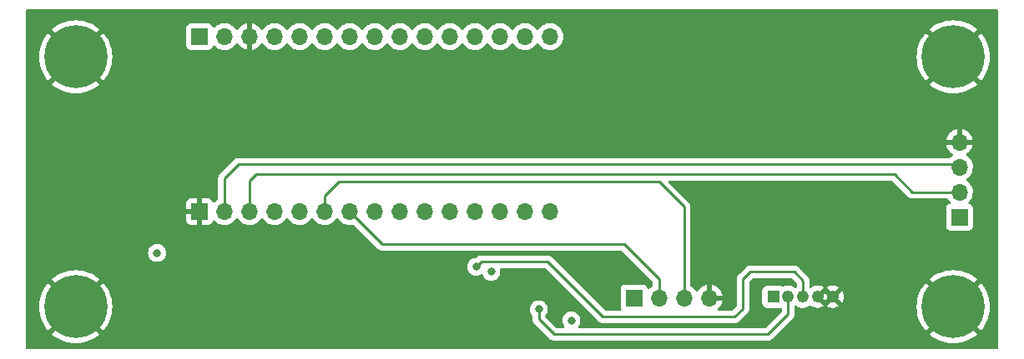
<source format=gbl>
G04 #@! TF.GenerationSoftware,KiCad,Pcbnew,(6.0.9)*
G04 #@! TF.CreationDate,2023-02-20T10:38:45+01:00*
G04 #@! TF.ProjectId,sensorboard,73656e73-6f72-4626-9f61-72642e6b6963,rev?*
G04 #@! TF.SameCoordinates,Original*
G04 #@! TF.FileFunction,Copper,L4,Bot*
G04 #@! TF.FilePolarity,Positive*
%FSLAX46Y46*%
G04 Gerber Fmt 4.6, Leading zero omitted, Abs format (unit mm)*
G04 Created by KiCad (PCBNEW (6.0.9)) date 2023-02-20 10:38:45*
%MOMM*%
%LPD*%
G01*
G04 APERTURE LIST*
G04 #@! TA.AperFunction,ComponentPad*
%ADD10R,1.700000X1.700000*%
G04 #@! TD*
G04 #@! TA.AperFunction,ComponentPad*
%ADD11O,1.700000X1.700000*%
G04 #@! TD*
G04 #@! TA.AperFunction,ComponentPad*
%ADD12C,0.800000*%
G04 #@! TD*
G04 #@! TA.AperFunction,ComponentPad*
%ADD13C,6.400000*%
G04 #@! TD*
G04 #@! TA.AperFunction,ComponentPad*
%ADD14R,1.238000X1.238000*%
G04 #@! TD*
G04 #@! TA.AperFunction,ComponentPad*
%ADD15C,1.238000*%
G04 #@! TD*
G04 #@! TA.AperFunction,ViaPad*
%ADD16C,0.800000*%
G04 #@! TD*
G04 #@! TA.AperFunction,Conductor*
%ADD17C,0.250000*%
G04 #@! TD*
G04 APERTURE END LIST*
D10*
X171460000Y-102235000D03*
D11*
X174000000Y-102235000D03*
X176540000Y-102235000D03*
X179080000Y-102235000D03*
D12*
X112408000Y-77724000D03*
X114808000Y-75324000D03*
X113110944Y-76026944D03*
X117208000Y-77724000D03*
X116505056Y-76026944D03*
X113110944Y-79421056D03*
X116505056Y-79421056D03*
X114808000Y-80124000D03*
D13*
X114808000Y-77724000D03*
D12*
X206235000Y-103124000D03*
X202137944Y-101426944D03*
X202137944Y-104821056D03*
X203835000Y-100724000D03*
D13*
X203835000Y-103124000D03*
D12*
X205532056Y-101426944D03*
X201435000Y-103124000D03*
X203835000Y-105524000D03*
X205532056Y-104821056D03*
D10*
X204470000Y-94010000D03*
D11*
X204470000Y-91470000D03*
X204470000Y-88930000D03*
X204470000Y-86390000D03*
D10*
X127361535Y-93449393D03*
D11*
X129901535Y-93449393D03*
X132441535Y-93449393D03*
X134981535Y-93449393D03*
X137521535Y-93449393D03*
X140061535Y-93449393D03*
X142601535Y-93449393D03*
X145141535Y-93449393D03*
X147681535Y-93449393D03*
X150221535Y-93449393D03*
X152761535Y-93449393D03*
X155301535Y-93449393D03*
X157841535Y-93449393D03*
X160381535Y-93449393D03*
X162921535Y-93449393D03*
X162921535Y-75669393D03*
X160381535Y-75669393D03*
X157841535Y-75669393D03*
X155301535Y-75669393D03*
X152761535Y-75669393D03*
X150221535Y-75669393D03*
X147681535Y-75669393D03*
X145141535Y-75669393D03*
X142601535Y-75669393D03*
X140061535Y-75669393D03*
X137521535Y-75669393D03*
X134981535Y-75669393D03*
X132441535Y-75669393D03*
X129901535Y-75669393D03*
D10*
X127361535Y-75669393D03*
D12*
X205532056Y-79421056D03*
X203835000Y-80124000D03*
X205532056Y-76026944D03*
D13*
X203835000Y-77724000D03*
D12*
X203835000Y-75324000D03*
X206235000Y-77724000D03*
X202137944Y-79421056D03*
X201435000Y-77724000D03*
X202137944Y-76026944D03*
X114808000Y-100724000D03*
X114808000Y-105524000D03*
X112408000Y-103124000D03*
D13*
X114808000Y-103124000D03*
D12*
X116505056Y-104821056D03*
X113110944Y-104821056D03*
X116505056Y-101426944D03*
X113110944Y-101426944D03*
X117208000Y-103124000D03*
D14*
X185595000Y-102108000D03*
D15*
X187095000Y-102108000D03*
X188595000Y-102108000D03*
X190095000Y-102108000D03*
X191595000Y-102108000D03*
D16*
X165100000Y-104521000D03*
X125603000Y-97282000D03*
X156972000Y-99568000D03*
X123063000Y-97663000D03*
X161798000Y-103378000D03*
X155448000Y-99060000D03*
D17*
X185039000Y-105918000D02*
X187095000Y-103862000D01*
X161798000Y-103378000D02*
X161798000Y-104394000D01*
X163322000Y-105918000D02*
X185039000Y-105918000D01*
X161798000Y-104394000D02*
X163322000Y-105918000D01*
X187095000Y-103862000D02*
X187095000Y-102108000D01*
X162687000Y-98552000D02*
X168275000Y-104140000D01*
X155448000Y-99060000D02*
X155956000Y-98552000D01*
X187706000Y-99568000D02*
X188595000Y-100457000D01*
X182499000Y-103316000D02*
X182499000Y-100330000D01*
X181675000Y-104140000D02*
X182499000Y-103316000D01*
X183261000Y-99568000D02*
X187706000Y-99568000D01*
X168275000Y-104140000D02*
X181675000Y-104140000D01*
X155956000Y-98552000D02*
X162687000Y-98552000D01*
X188595000Y-100457000D02*
X188595000Y-102108000D01*
X182499000Y-100330000D02*
X183261000Y-99568000D01*
X129901535Y-93449393D02*
X129901535Y-90062465D01*
X204186000Y-88646000D02*
X204470000Y-88930000D01*
X129901535Y-90062465D02*
X131318000Y-88646000D01*
X131318000Y-88646000D02*
X204186000Y-88646000D01*
X133096000Y-89662000D02*
X197866000Y-89662000D01*
X132441535Y-90316465D02*
X133096000Y-89662000D01*
X132441535Y-93449393D02*
X132441535Y-90316465D01*
X197866000Y-89662000D02*
X199674000Y-91470000D01*
X199674000Y-91470000D02*
X204470000Y-91470000D01*
X176540000Y-92974000D02*
X176540000Y-102235000D01*
X173990000Y-90424000D02*
X176540000Y-92974000D01*
X140061535Y-91840465D02*
X141478000Y-90424000D01*
X140061535Y-93449393D02*
X140061535Y-91840465D01*
X141478000Y-90424000D02*
X173990000Y-90424000D01*
X170434000Y-96774000D02*
X174000000Y-100340000D01*
X142601535Y-93449393D02*
X145926142Y-96774000D01*
X145926142Y-96774000D02*
X170434000Y-96774000D01*
X174000000Y-100340000D02*
X174000000Y-102235000D01*
G04 #@! TA.AperFunction,Conductor*
G36*
X208348621Y-72918502D02*
G01*
X208395114Y-72972158D01*
X208406500Y-73024500D01*
X208406500Y-107315500D01*
X208386498Y-107383621D01*
X208332842Y-107430114D01*
X208280500Y-107441500D01*
X109854500Y-107441500D01*
X109786379Y-107421498D01*
X109739886Y-107367842D01*
X109728500Y-107315500D01*
X109728500Y-105921386D01*
X112375759Y-105921386D01*
X112383216Y-105931753D01*
X112622935Y-106125874D01*
X112628272Y-106129751D01*
X112948685Y-106337830D01*
X112954394Y-106341127D01*
X113294811Y-106514578D01*
X113300836Y-106517260D01*
X113657502Y-106654171D01*
X113663784Y-106656212D01*
X114032816Y-106755094D01*
X114039266Y-106756465D01*
X114416629Y-106816234D01*
X114423167Y-106816920D01*
X114804699Y-106836916D01*
X114811301Y-106836916D01*
X115192833Y-106816920D01*
X115199371Y-106816234D01*
X115576734Y-106756465D01*
X115583184Y-106755094D01*
X115952216Y-106656212D01*
X115958498Y-106654171D01*
X116315164Y-106517260D01*
X116321189Y-106514578D01*
X116661606Y-106341127D01*
X116667315Y-106337830D01*
X116987728Y-106129751D01*
X116993065Y-106125874D01*
X117231835Y-105932522D01*
X117240300Y-105920267D01*
X117233966Y-105909176D01*
X114820812Y-103496022D01*
X114806868Y-103488408D01*
X114805035Y-103488539D01*
X114798420Y-103492790D01*
X112382900Y-105908310D01*
X112375759Y-105921386D01*
X109728500Y-105921386D01*
X109728500Y-103127301D01*
X111095084Y-103127301D01*
X111115080Y-103508833D01*
X111115766Y-103515371D01*
X111175535Y-103892734D01*
X111176906Y-103899184D01*
X111275788Y-104268216D01*
X111277829Y-104274498D01*
X111414740Y-104631164D01*
X111417422Y-104637189D01*
X111590872Y-104977603D01*
X111594169Y-104983313D01*
X111802253Y-105303735D01*
X111806123Y-105309061D01*
X111999478Y-105547835D01*
X112011733Y-105556300D01*
X112022824Y-105549966D01*
X114435978Y-103136812D01*
X114442356Y-103125132D01*
X115172408Y-103125132D01*
X115172539Y-103126965D01*
X115176790Y-103133580D01*
X117592310Y-105549100D01*
X117605386Y-105556241D01*
X117615753Y-105548784D01*
X117809877Y-105309061D01*
X117813747Y-105303735D01*
X118021831Y-104983313D01*
X118025128Y-104977603D01*
X118198578Y-104637189D01*
X118201260Y-104631164D01*
X118338171Y-104274498D01*
X118340212Y-104268216D01*
X118439094Y-103899184D01*
X118440465Y-103892734D01*
X118500234Y-103515371D01*
X118500920Y-103508833D01*
X118520916Y-103127301D01*
X118520916Y-103120699D01*
X118500920Y-102739167D01*
X118500234Y-102732629D01*
X118440465Y-102355266D01*
X118439094Y-102348816D01*
X118340212Y-101979784D01*
X118338171Y-101973502D01*
X118201260Y-101616836D01*
X118198578Y-101610811D01*
X118025128Y-101270397D01*
X118021831Y-101264687D01*
X117813747Y-100944265D01*
X117809877Y-100938939D01*
X117616522Y-100700165D01*
X117604267Y-100691700D01*
X117593176Y-100698034D01*
X115180022Y-103111188D01*
X115172408Y-103125132D01*
X114442356Y-103125132D01*
X114443592Y-103122868D01*
X114443461Y-103121035D01*
X114439210Y-103114420D01*
X112023690Y-100698900D01*
X112010614Y-100691759D01*
X112000247Y-100699216D01*
X111806123Y-100938939D01*
X111802253Y-100944265D01*
X111594169Y-101264687D01*
X111590872Y-101270397D01*
X111417422Y-101610811D01*
X111414740Y-101616836D01*
X111277829Y-101973502D01*
X111275788Y-101979784D01*
X111176906Y-102348816D01*
X111175535Y-102355266D01*
X111115766Y-102732629D01*
X111115080Y-102739167D01*
X111095084Y-103120699D01*
X111095084Y-103127301D01*
X109728500Y-103127301D01*
X109728500Y-100327733D01*
X112375700Y-100327733D01*
X112382034Y-100338824D01*
X114795188Y-102751978D01*
X114809132Y-102759592D01*
X114810965Y-102759461D01*
X114817580Y-102755210D01*
X117233100Y-100339690D01*
X117240241Y-100326614D01*
X117232784Y-100316247D01*
X116993065Y-100122126D01*
X116987728Y-100118249D01*
X116667315Y-99910170D01*
X116661606Y-99906873D01*
X116321189Y-99733422D01*
X116315164Y-99730740D01*
X115958498Y-99593829D01*
X115952216Y-99591788D01*
X115583184Y-99492906D01*
X115576734Y-99491535D01*
X115199371Y-99431766D01*
X115192833Y-99431080D01*
X114811301Y-99411084D01*
X114804699Y-99411084D01*
X114423167Y-99431080D01*
X114416629Y-99431766D01*
X114039266Y-99491535D01*
X114032816Y-99492906D01*
X113663784Y-99591788D01*
X113657502Y-99593829D01*
X113300836Y-99730740D01*
X113294811Y-99733422D01*
X112954397Y-99906872D01*
X112948687Y-99910169D01*
X112628265Y-100118253D01*
X112622939Y-100122123D01*
X112384165Y-100315478D01*
X112375700Y-100327733D01*
X109728500Y-100327733D01*
X109728500Y-97663000D01*
X122149496Y-97663000D01*
X122169458Y-97852928D01*
X122228473Y-98034556D01*
X122231776Y-98040278D01*
X122231777Y-98040279D01*
X122248789Y-98069745D01*
X122323960Y-98199944D01*
X122451747Y-98341866D01*
X122606248Y-98454118D01*
X122612276Y-98456802D01*
X122612278Y-98456803D01*
X122750062Y-98518148D01*
X122780712Y-98531794D01*
X122874112Y-98551647D01*
X122961056Y-98570128D01*
X122961061Y-98570128D01*
X122967513Y-98571500D01*
X123158487Y-98571500D01*
X123164939Y-98570128D01*
X123164944Y-98570128D01*
X123251888Y-98551647D01*
X123345288Y-98531794D01*
X123375938Y-98518148D01*
X123513722Y-98456803D01*
X123513724Y-98456802D01*
X123519752Y-98454118D01*
X123674253Y-98341866D01*
X123802040Y-98199944D01*
X123877211Y-98069745D01*
X123894223Y-98040279D01*
X123894224Y-98040278D01*
X123897527Y-98034556D01*
X123956542Y-97852928D01*
X123976504Y-97663000D01*
X123956542Y-97473072D01*
X123897527Y-97291444D01*
X123802040Y-97126056D01*
X123674253Y-96984134D01*
X123519752Y-96871882D01*
X123513724Y-96869198D01*
X123513722Y-96869197D01*
X123351319Y-96796891D01*
X123351318Y-96796891D01*
X123345288Y-96794206D01*
X123251888Y-96774353D01*
X123164944Y-96755872D01*
X123164939Y-96755872D01*
X123158487Y-96754500D01*
X122967513Y-96754500D01*
X122961061Y-96755872D01*
X122961056Y-96755872D01*
X122874113Y-96774353D01*
X122780712Y-96794206D01*
X122774682Y-96796891D01*
X122774681Y-96796891D01*
X122612278Y-96869197D01*
X122612276Y-96869198D01*
X122606248Y-96871882D01*
X122451747Y-96984134D01*
X122323960Y-97126056D01*
X122228473Y-97291444D01*
X122169458Y-97473072D01*
X122149496Y-97663000D01*
X109728500Y-97663000D01*
X109728500Y-94344062D01*
X126003536Y-94344062D01*
X126003906Y-94350883D01*
X126009430Y-94401745D01*
X126013056Y-94416997D01*
X126058211Y-94537447D01*
X126066749Y-94553042D01*
X126143250Y-94655117D01*
X126155811Y-94667678D01*
X126257886Y-94744179D01*
X126273481Y-94752717D01*
X126393929Y-94797871D01*
X126409184Y-94801498D01*
X126460049Y-94807024D01*
X126466863Y-94807393D01*
X127089420Y-94807393D01*
X127104659Y-94802918D01*
X127105864Y-94801528D01*
X127107535Y-94793845D01*
X127107535Y-94789277D01*
X127615535Y-94789277D01*
X127620010Y-94804516D01*
X127621400Y-94805721D01*
X127629083Y-94807392D01*
X128256204Y-94807392D01*
X128263025Y-94807022D01*
X128313887Y-94801498D01*
X128329139Y-94797872D01*
X128449589Y-94752717D01*
X128465184Y-94744179D01*
X128567259Y-94667678D01*
X128579820Y-94655117D01*
X128656321Y-94553042D01*
X128664859Y-94537447D01*
X128705760Y-94428345D01*
X128748402Y-94371581D01*
X128814963Y-94346881D01*
X128884312Y-94362089D01*
X128918979Y-94390077D01*
X128944400Y-94419424D01*
X128944404Y-94419428D01*
X128947785Y-94423331D01*
X129119661Y-94566025D01*
X129312535Y-94678731D01*
X129521227Y-94758423D01*
X129526295Y-94759454D01*
X129526298Y-94759455D01*
X129633547Y-94781275D01*
X129740132Y-94802960D01*
X129745307Y-94803150D01*
X129745309Y-94803150D01*
X129958208Y-94810957D01*
X129958212Y-94810957D01*
X129963372Y-94811146D01*
X129968492Y-94810490D01*
X129968494Y-94810490D01*
X130179823Y-94783418D01*
X130179824Y-94783418D01*
X130184951Y-94782761D01*
X130189904Y-94781275D01*
X130393964Y-94720054D01*
X130393969Y-94720052D01*
X130398919Y-94718567D01*
X130599529Y-94620289D01*
X130781395Y-94490566D01*
X130939631Y-94332882D01*
X131069988Y-94151470D01*
X131071311Y-94152421D01*
X131118180Y-94109250D01*
X131188115Y-94097018D01*
X131253561Y-94124537D01*
X131281410Y-94156387D01*
X131341522Y-94254481D01*
X131487785Y-94423331D01*
X131659661Y-94566025D01*
X131852535Y-94678731D01*
X132061227Y-94758423D01*
X132066295Y-94759454D01*
X132066298Y-94759455D01*
X132173547Y-94781275D01*
X132280132Y-94802960D01*
X132285307Y-94803150D01*
X132285309Y-94803150D01*
X132498208Y-94810957D01*
X132498212Y-94810957D01*
X132503372Y-94811146D01*
X132508492Y-94810490D01*
X132508494Y-94810490D01*
X132719823Y-94783418D01*
X132719824Y-94783418D01*
X132724951Y-94782761D01*
X132729904Y-94781275D01*
X132933964Y-94720054D01*
X132933969Y-94720052D01*
X132938919Y-94718567D01*
X133139529Y-94620289D01*
X133321395Y-94490566D01*
X133479631Y-94332882D01*
X133609988Y-94151470D01*
X133611311Y-94152421D01*
X133658180Y-94109250D01*
X133728115Y-94097018D01*
X133793561Y-94124537D01*
X133821410Y-94156387D01*
X133881522Y-94254481D01*
X134027785Y-94423331D01*
X134199661Y-94566025D01*
X134392535Y-94678731D01*
X134601227Y-94758423D01*
X134606295Y-94759454D01*
X134606298Y-94759455D01*
X134713547Y-94781275D01*
X134820132Y-94802960D01*
X134825307Y-94803150D01*
X134825309Y-94803150D01*
X135038208Y-94810957D01*
X135038212Y-94810957D01*
X135043372Y-94811146D01*
X135048492Y-94810490D01*
X135048494Y-94810490D01*
X135259823Y-94783418D01*
X135259824Y-94783418D01*
X135264951Y-94782761D01*
X135269904Y-94781275D01*
X135473964Y-94720054D01*
X135473969Y-94720052D01*
X135478919Y-94718567D01*
X135679529Y-94620289D01*
X135861395Y-94490566D01*
X136019631Y-94332882D01*
X136149988Y-94151470D01*
X136151311Y-94152421D01*
X136198180Y-94109250D01*
X136268115Y-94097018D01*
X136333561Y-94124537D01*
X136361410Y-94156387D01*
X136421522Y-94254481D01*
X136567785Y-94423331D01*
X136739661Y-94566025D01*
X136932535Y-94678731D01*
X137141227Y-94758423D01*
X137146295Y-94759454D01*
X137146298Y-94759455D01*
X137253547Y-94781275D01*
X137360132Y-94802960D01*
X137365307Y-94803150D01*
X137365309Y-94803150D01*
X137578208Y-94810957D01*
X137578212Y-94810957D01*
X137583372Y-94811146D01*
X137588492Y-94810490D01*
X137588494Y-94810490D01*
X137799823Y-94783418D01*
X137799824Y-94783418D01*
X137804951Y-94782761D01*
X137809904Y-94781275D01*
X138013964Y-94720054D01*
X138013969Y-94720052D01*
X138018919Y-94718567D01*
X138219529Y-94620289D01*
X138401395Y-94490566D01*
X138559631Y-94332882D01*
X138689988Y-94151470D01*
X138691311Y-94152421D01*
X138738180Y-94109250D01*
X138808115Y-94097018D01*
X138873561Y-94124537D01*
X138901410Y-94156387D01*
X138961522Y-94254481D01*
X139107785Y-94423331D01*
X139279661Y-94566025D01*
X139472535Y-94678731D01*
X139681227Y-94758423D01*
X139686295Y-94759454D01*
X139686298Y-94759455D01*
X139793547Y-94781275D01*
X139900132Y-94802960D01*
X139905307Y-94803150D01*
X139905309Y-94803150D01*
X140118208Y-94810957D01*
X140118212Y-94810957D01*
X140123372Y-94811146D01*
X140128492Y-94810490D01*
X140128494Y-94810490D01*
X140339823Y-94783418D01*
X140339824Y-94783418D01*
X140344951Y-94782761D01*
X140349904Y-94781275D01*
X140553964Y-94720054D01*
X140553969Y-94720052D01*
X140558919Y-94718567D01*
X140759529Y-94620289D01*
X140941395Y-94490566D01*
X141099631Y-94332882D01*
X141229988Y-94151470D01*
X141231311Y-94152421D01*
X141278180Y-94109250D01*
X141348115Y-94097018D01*
X141413561Y-94124537D01*
X141441410Y-94156387D01*
X141501522Y-94254481D01*
X141647785Y-94423331D01*
X141819661Y-94566025D01*
X142012535Y-94678731D01*
X142221227Y-94758423D01*
X142226295Y-94759454D01*
X142226298Y-94759455D01*
X142333547Y-94781275D01*
X142440132Y-94802960D01*
X142445307Y-94803150D01*
X142445309Y-94803150D01*
X142658208Y-94810957D01*
X142658212Y-94810957D01*
X142663372Y-94811146D01*
X142668492Y-94810490D01*
X142668494Y-94810490D01*
X142879823Y-94783418D01*
X142879824Y-94783418D01*
X142884951Y-94782761D01*
X142889902Y-94781276D01*
X142889905Y-94781275D01*
X142931364Y-94768837D01*
X143002360Y-94768421D01*
X143056666Y-94800428D01*
X145422485Y-97166247D01*
X145430029Y-97174537D01*
X145434142Y-97181018D01*
X145439919Y-97186443D01*
X145483809Y-97227658D01*
X145486651Y-97230413D01*
X145506372Y-97250134D01*
X145509567Y-97252612D01*
X145518589Y-97260318D01*
X145550821Y-97290586D01*
X145557770Y-97294406D01*
X145568574Y-97300346D01*
X145585098Y-97311199D01*
X145601101Y-97323613D01*
X145641685Y-97341176D01*
X145652315Y-97346383D01*
X145691082Y-97367695D01*
X145698759Y-97369666D01*
X145698764Y-97369668D01*
X145710700Y-97372732D01*
X145729408Y-97379137D01*
X145747997Y-97387181D01*
X145755825Y-97388421D01*
X145755832Y-97388423D01*
X145791666Y-97394099D01*
X145803286Y-97396505D01*
X145838431Y-97405528D01*
X145846112Y-97407500D01*
X145866366Y-97407500D01*
X145886076Y-97409051D01*
X145906085Y-97412220D01*
X145913977Y-97411474D01*
X145950103Y-97408059D01*
X145961961Y-97407500D01*
X170119406Y-97407500D01*
X170187527Y-97427502D01*
X170208501Y-97444405D01*
X173329595Y-100565499D01*
X173363621Y-100627811D01*
X173366500Y-100654594D01*
X173366500Y-100956692D01*
X173346498Y-101024813D01*
X173298683Y-101068453D01*
X173273607Y-101081507D01*
X173269474Y-101084610D01*
X173269471Y-101084612D01*
X173102920Y-101209662D01*
X173094965Y-101215635D01*
X173038537Y-101274684D01*
X173014283Y-101300064D01*
X172952759Y-101335494D01*
X172881846Y-101332037D01*
X172824060Y-101290791D01*
X172805207Y-101257243D01*
X172763767Y-101146703D01*
X172760615Y-101138295D01*
X172673261Y-101021739D01*
X172556705Y-100934385D01*
X172420316Y-100883255D01*
X172358134Y-100876500D01*
X170561866Y-100876500D01*
X170499684Y-100883255D01*
X170363295Y-100934385D01*
X170246739Y-101021739D01*
X170159385Y-101138295D01*
X170108255Y-101274684D01*
X170101500Y-101336866D01*
X170101500Y-103133134D01*
X170108255Y-103195316D01*
X170144515Y-103292039D01*
X170159385Y-103331705D01*
X170157167Y-103332537D01*
X170169590Y-103389355D01*
X170144851Y-103455901D01*
X170088060Y-103498509D01*
X170043902Y-103506500D01*
X168589595Y-103506500D01*
X168521474Y-103486498D01*
X168500500Y-103469595D01*
X163190652Y-98159747D01*
X163183112Y-98151461D01*
X163179000Y-98144982D01*
X163129348Y-98098356D01*
X163126507Y-98095602D01*
X163106770Y-98075865D01*
X163103573Y-98073385D01*
X163094551Y-98065680D01*
X163081116Y-98053064D01*
X163062321Y-98035414D01*
X163055375Y-98031595D01*
X163055372Y-98031593D01*
X163044566Y-98025652D01*
X163028047Y-98014801D01*
X163027583Y-98014441D01*
X163012041Y-98002386D01*
X163004772Y-97999241D01*
X163004768Y-97999238D01*
X162971463Y-97984826D01*
X162960813Y-97979609D01*
X162922060Y-97958305D01*
X162902437Y-97953267D01*
X162883734Y-97946863D01*
X162872420Y-97941967D01*
X162872419Y-97941967D01*
X162865145Y-97938819D01*
X162857322Y-97937580D01*
X162857312Y-97937577D01*
X162821476Y-97931901D01*
X162809856Y-97929495D01*
X162774711Y-97920472D01*
X162774710Y-97920472D01*
X162767030Y-97918500D01*
X162746776Y-97918500D01*
X162727065Y-97916949D01*
X162724534Y-97916548D01*
X162707057Y-97913780D01*
X162699165Y-97914526D01*
X162663039Y-97917941D01*
X162651181Y-97918500D01*
X156034763Y-97918500D01*
X156023579Y-97917973D01*
X156016091Y-97916299D01*
X156008168Y-97916548D01*
X155948033Y-97918438D01*
X155944075Y-97918500D01*
X155916144Y-97918500D01*
X155912229Y-97918995D01*
X155912225Y-97918995D01*
X155912167Y-97919003D01*
X155912138Y-97919006D01*
X155900296Y-97919939D01*
X155856110Y-97921327D01*
X155838744Y-97926372D01*
X155836658Y-97926978D01*
X155817306Y-97930986D01*
X155805068Y-97932532D01*
X155805066Y-97932533D01*
X155797203Y-97933526D01*
X155756086Y-97949806D01*
X155744885Y-97953641D01*
X155702406Y-97965982D01*
X155695587Y-97970015D01*
X155695582Y-97970017D01*
X155684971Y-97976293D01*
X155667221Y-97984990D01*
X155648383Y-97992448D01*
X155641967Y-97997109D01*
X155641966Y-97997110D01*
X155612625Y-98018428D01*
X155602701Y-98024947D01*
X155571460Y-98043422D01*
X155571455Y-98043426D01*
X155564637Y-98047458D01*
X155550313Y-98061782D01*
X155535281Y-98074621D01*
X155518893Y-98086528D01*
X155510217Y-98097016D01*
X155502936Y-98105817D01*
X155444102Y-98145554D01*
X155405852Y-98151500D01*
X155352513Y-98151500D01*
X155346061Y-98152872D01*
X155346056Y-98152872D01*
X155259112Y-98171353D01*
X155165712Y-98191206D01*
X155159682Y-98193891D01*
X155159681Y-98193891D01*
X154997278Y-98266197D01*
X154997276Y-98266198D01*
X154991248Y-98268882D01*
X154836747Y-98381134D01*
X154708960Y-98523056D01*
X154613473Y-98688444D01*
X154554458Y-98870072D01*
X154553768Y-98876633D01*
X154553768Y-98876635D01*
X154546107Y-98949526D01*
X154534496Y-99060000D01*
X154535186Y-99066565D01*
X154545110Y-99160982D01*
X154554458Y-99249928D01*
X154613473Y-99431556D01*
X154708960Y-99596944D01*
X154836747Y-99738866D01*
X154933685Y-99809296D01*
X154981150Y-99843781D01*
X154991248Y-99851118D01*
X154997276Y-99853802D01*
X154997278Y-99853803D01*
X155159681Y-99926109D01*
X155165712Y-99928794D01*
X155259070Y-99948638D01*
X155346056Y-99967128D01*
X155346061Y-99967128D01*
X155352513Y-99968500D01*
X155543487Y-99968500D01*
X155549939Y-99967128D01*
X155549944Y-99967128D01*
X155636930Y-99948638D01*
X155730288Y-99928794D01*
X155736319Y-99926109D01*
X155898722Y-99853803D01*
X155898724Y-99853802D01*
X155904752Y-99851118D01*
X155929478Y-99833153D01*
X155996344Y-99809296D01*
X156065496Y-99825376D01*
X156114976Y-99876289D01*
X156123370Y-99896151D01*
X156137473Y-99939556D01*
X156140776Y-99945278D01*
X156140777Y-99945279D01*
X156142868Y-99948900D01*
X156232960Y-100104944D01*
X156237378Y-100109851D01*
X156237379Y-100109852D01*
X156353128Y-100238404D01*
X156360747Y-100246866D01*
X156515248Y-100359118D01*
X156521276Y-100361802D01*
X156521278Y-100361803D01*
X156654485Y-100421110D01*
X156689712Y-100436794D01*
X156783112Y-100456647D01*
X156870056Y-100475128D01*
X156870061Y-100475128D01*
X156876513Y-100476500D01*
X157067487Y-100476500D01*
X157073939Y-100475128D01*
X157073944Y-100475128D01*
X157160888Y-100456647D01*
X157254288Y-100436794D01*
X157289515Y-100421110D01*
X157422722Y-100361803D01*
X157422724Y-100361802D01*
X157428752Y-100359118D01*
X157583253Y-100246866D01*
X157590872Y-100238404D01*
X157706621Y-100109852D01*
X157706622Y-100109851D01*
X157711040Y-100104944D01*
X157801132Y-99948900D01*
X157803223Y-99945279D01*
X157803224Y-99945278D01*
X157806527Y-99939556D01*
X157865542Y-99757928D01*
X157867138Y-99742749D01*
X157884814Y-99574565D01*
X157885504Y-99568000D01*
X157871765Y-99437279D01*
X157866232Y-99384635D01*
X157866232Y-99384633D01*
X157865542Y-99378072D01*
X157863503Y-99371797D01*
X157863502Y-99371792D01*
X157856563Y-99350438D01*
X157854534Y-99279471D01*
X157891195Y-99218672D01*
X157954907Y-99187346D01*
X157976395Y-99185500D01*
X162372406Y-99185500D01*
X162440527Y-99205502D01*
X162461501Y-99222405D01*
X167771343Y-104532247D01*
X167778887Y-104540537D01*
X167783000Y-104547018D01*
X167788777Y-104552443D01*
X167832667Y-104593658D01*
X167835509Y-104596413D01*
X167855230Y-104616134D01*
X167858425Y-104618612D01*
X167867447Y-104626318D01*
X167899679Y-104656586D01*
X167906628Y-104660406D01*
X167917432Y-104666346D01*
X167933956Y-104677199D01*
X167949959Y-104689613D01*
X167990543Y-104707176D01*
X168001173Y-104712383D01*
X168039940Y-104733695D01*
X168047617Y-104735666D01*
X168047622Y-104735668D01*
X168059558Y-104738732D01*
X168078266Y-104745137D01*
X168096855Y-104753181D01*
X168104680Y-104754420D01*
X168104682Y-104754421D01*
X168140519Y-104760097D01*
X168152140Y-104762504D01*
X168183959Y-104770673D01*
X168194970Y-104773500D01*
X168215231Y-104773500D01*
X168234940Y-104775051D01*
X168254943Y-104778219D01*
X168262835Y-104777473D01*
X168268062Y-104776979D01*
X168298954Y-104774059D01*
X168310811Y-104773500D01*
X181596233Y-104773500D01*
X181607416Y-104774027D01*
X181614909Y-104775702D01*
X181622835Y-104775453D01*
X181622836Y-104775453D01*
X181682986Y-104773562D01*
X181686945Y-104773500D01*
X181714856Y-104773500D01*
X181718791Y-104773003D01*
X181718856Y-104772995D01*
X181730693Y-104772062D01*
X181762951Y-104771048D01*
X181766970Y-104770922D01*
X181774889Y-104770673D01*
X181794343Y-104765021D01*
X181813700Y-104761013D01*
X181825930Y-104759468D01*
X181825931Y-104759468D01*
X181833797Y-104758474D01*
X181841168Y-104755555D01*
X181841170Y-104755555D01*
X181874912Y-104742196D01*
X181886142Y-104738351D01*
X181920983Y-104728229D01*
X181920984Y-104728229D01*
X181928593Y-104726018D01*
X181935412Y-104721985D01*
X181935417Y-104721983D01*
X181946028Y-104715707D01*
X181963776Y-104707012D01*
X181982617Y-104699552D01*
X182002987Y-104684753D01*
X182018387Y-104673564D01*
X182028307Y-104667048D01*
X182059535Y-104648580D01*
X182059538Y-104648578D01*
X182066362Y-104644542D01*
X182080683Y-104630221D01*
X182095717Y-104617380D01*
X182097432Y-104616134D01*
X182112107Y-104605472D01*
X182117158Y-104599367D01*
X182117163Y-104599362D01*
X182140299Y-104571396D01*
X182148287Y-104562618D01*
X182891253Y-103819652D01*
X182899539Y-103812112D01*
X182906018Y-103808000D01*
X182952644Y-103758348D01*
X182955398Y-103755507D01*
X182975135Y-103735770D01*
X182977615Y-103732573D01*
X182985320Y-103723551D01*
X183010159Y-103697100D01*
X183015586Y-103691321D01*
X183019405Y-103684375D01*
X183019407Y-103684372D01*
X183025348Y-103673566D01*
X183036199Y-103657047D01*
X183043758Y-103647301D01*
X183048614Y-103641041D01*
X183051759Y-103633772D01*
X183051762Y-103633768D01*
X183066174Y-103600463D01*
X183071391Y-103589813D01*
X183092695Y-103551060D01*
X183097733Y-103531437D01*
X183104137Y-103512734D01*
X183109033Y-103501420D01*
X183109033Y-103501419D01*
X183112181Y-103494145D01*
X183113420Y-103486322D01*
X183113423Y-103486312D01*
X183119099Y-103450476D01*
X183121505Y-103438856D01*
X183130528Y-103403711D01*
X183130528Y-103403710D01*
X183132500Y-103396030D01*
X183132500Y-103375776D01*
X183134051Y-103356065D01*
X183135980Y-103343886D01*
X183137220Y-103336057D01*
X183133059Y-103292038D01*
X183132500Y-103280181D01*
X183132500Y-100644595D01*
X183152502Y-100576474D01*
X183169405Y-100555499D01*
X183486501Y-100238404D01*
X183548813Y-100204379D01*
X183575596Y-100201500D01*
X187391405Y-100201500D01*
X187459526Y-100221502D01*
X187480501Y-100238405D01*
X187924596Y-100682501D01*
X187958621Y-100744813D01*
X187961500Y-100771596D01*
X187961500Y-101092971D01*
X187941498Y-101161092D01*
X187887842Y-101207585D01*
X187817568Y-101217689D01*
X187768265Y-101199533D01*
X187613951Y-101102168D01*
X187613946Y-101102166D01*
X187609067Y-101099087D01*
X187416599Y-101022300D01*
X187236130Y-100986402D01*
X187219027Y-100983000D01*
X187219026Y-100983000D01*
X187213361Y-100981873D01*
X187207587Y-100981797D01*
X187207583Y-100981797D01*
X187102399Y-100980421D01*
X187006158Y-100979161D01*
X187000461Y-100980140D01*
X187000460Y-100980140D01*
X186807628Y-101013274D01*
X186807627Y-101013274D01*
X186801931Y-101014253D01*
X186655009Y-101068456D01*
X186616006Y-101082845D01*
X186545173Y-101087657D01*
X186496830Y-101065459D01*
X186467892Y-101043771D01*
X186467890Y-101043770D01*
X186460705Y-101038385D01*
X186324316Y-100987255D01*
X186262134Y-100980500D01*
X184927866Y-100980500D01*
X184865684Y-100987255D01*
X184729295Y-101038385D01*
X184612739Y-101125739D01*
X184525385Y-101242295D01*
X184474255Y-101378684D01*
X184467500Y-101440866D01*
X184467500Y-102775134D01*
X184474255Y-102837316D01*
X184525385Y-102973705D01*
X184612739Y-103090261D01*
X184729295Y-103177615D01*
X184865684Y-103228745D01*
X184927866Y-103235500D01*
X186262134Y-103235500D01*
X186321893Y-103229008D01*
X186391774Y-103241536D01*
X186443790Y-103289856D01*
X186461500Y-103354271D01*
X186461500Y-103547406D01*
X186441498Y-103615527D01*
X186424595Y-103636501D01*
X184813500Y-105247595D01*
X184751188Y-105281621D01*
X184724405Y-105284500D01*
X165918048Y-105284500D01*
X165849927Y-105264498D01*
X165803434Y-105210842D01*
X165793330Y-105140568D01*
X165824411Y-105074191D01*
X165839040Y-105057944D01*
X165934527Y-104892556D01*
X165993542Y-104710928D01*
X165995296Y-104694246D01*
X166012814Y-104527565D01*
X166013504Y-104521000D01*
X166004765Y-104437856D01*
X165994232Y-104337635D01*
X165994232Y-104337633D01*
X165993542Y-104331072D01*
X165934527Y-104149444D01*
X165839040Y-103984056D01*
X165794061Y-103934101D01*
X165715675Y-103847045D01*
X165715674Y-103847044D01*
X165711253Y-103842134D01*
X165583831Y-103749556D01*
X165562094Y-103733763D01*
X165562093Y-103733762D01*
X165556752Y-103729882D01*
X165550724Y-103727198D01*
X165550722Y-103727197D01*
X165388319Y-103654891D01*
X165388318Y-103654891D01*
X165382288Y-103652206D01*
X165288887Y-103632353D01*
X165201944Y-103613872D01*
X165201939Y-103613872D01*
X165195487Y-103612500D01*
X165004513Y-103612500D01*
X164998061Y-103613872D01*
X164998056Y-103613872D01*
X164911113Y-103632353D01*
X164817712Y-103652206D01*
X164811682Y-103654891D01*
X164811681Y-103654891D01*
X164649278Y-103727197D01*
X164649276Y-103727198D01*
X164643248Y-103729882D01*
X164637907Y-103733762D01*
X164637906Y-103733763D01*
X164616169Y-103749556D01*
X164488747Y-103842134D01*
X164484326Y-103847044D01*
X164484325Y-103847045D01*
X164405940Y-103934101D01*
X164360960Y-103984056D01*
X164265473Y-104149444D01*
X164206458Y-104331072D01*
X164205768Y-104337633D01*
X164205768Y-104337635D01*
X164195235Y-104437856D01*
X164186496Y-104521000D01*
X164187186Y-104527565D01*
X164204705Y-104694246D01*
X164206458Y-104710928D01*
X164265473Y-104892556D01*
X164360960Y-105057944D01*
X164375589Y-105074191D01*
X164406305Y-105138197D01*
X164397541Y-105208651D01*
X164352079Y-105263182D01*
X164281952Y-105284500D01*
X163636595Y-105284500D01*
X163568474Y-105264498D01*
X163547500Y-105247595D01*
X162468935Y-104169030D01*
X162434909Y-104106718D01*
X162439974Y-104035903D01*
X162464391Y-103995629D01*
X162537040Y-103914944D01*
X162602120Y-103802223D01*
X162629223Y-103755279D01*
X162629224Y-103755278D01*
X162632527Y-103749556D01*
X162691542Y-103567928D01*
X162692586Y-103558001D01*
X162710814Y-103384565D01*
X162711504Y-103378000D01*
X162706266Y-103328165D01*
X162692232Y-103194635D01*
X162692232Y-103194633D01*
X162691542Y-103188072D01*
X162632527Y-103006444D01*
X162537040Y-102841056D01*
X162443178Y-102736811D01*
X162413675Y-102704045D01*
X162413674Y-102704044D01*
X162409253Y-102699134D01*
X162254752Y-102586882D01*
X162248724Y-102584198D01*
X162248722Y-102584197D01*
X162086319Y-102511891D01*
X162086318Y-102511891D01*
X162080288Y-102509206D01*
X161971024Y-102485981D01*
X161899944Y-102470872D01*
X161899939Y-102470872D01*
X161893487Y-102469500D01*
X161702513Y-102469500D01*
X161696061Y-102470872D01*
X161696056Y-102470872D01*
X161624976Y-102485981D01*
X161515712Y-102509206D01*
X161509682Y-102511891D01*
X161509681Y-102511891D01*
X161347278Y-102584197D01*
X161347276Y-102584198D01*
X161341248Y-102586882D01*
X161186747Y-102699134D01*
X161182326Y-102704044D01*
X161182325Y-102704045D01*
X161152823Y-102736811D01*
X161058960Y-102841056D01*
X160963473Y-103006444D01*
X160904458Y-103188072D01*
X160903768Y-103194633D01*
X160903768Y-103194635D01*
X160889734Y-103328165D01*
X160884496Y-103378000D01*
X160885186Y-103384565D01*
X160903415Y-103558001D01*
X160904458Y-103567928D01*
X160963473Y-103749556D01*
X160966776Y-103755278D01*
X160966777Y-103755279D01*
X160993880Y-103802223D01*
X161058960Y-103914944D01*
X161132137Y-103996215D01*
X161162853Y-104060221D01*
X161164500Y-104080524D01*
X161164500Y-104315233D01*
X161163973Y-104326416D01*
X161162298Y-104333909D01*
X161162547Y-104341835D01*
X161162547Y-104341836D01*
X161164438Y-104401986D01*
X161164500Y-104405945D01*
X161164500Y-104433856D01*
X161164997Y-104437790D01*
X161164997Y-104437791D01*
X161165005Y-104437856D01*
X161165938Y-104449693D01*
X161167327Y-104493889D01*
X161172978Y-104513339D01*
X161176987Y-104532700D01*
X161179526Y-104552797D01*
X161182445Y-104560168D01*
X161182445Y-104560170D01*
X161195804Y-104593912D01*
X161199649Y-104605142D01*
X161209771Y-104639983D01*
X161211982Y-104647593D01*
X161216015Y-104654412D01*
X161216017Y-104654417D01*
X161222293Y-104665028D01*
X161230988Y-104682776D01*
X161238448Y-104701617D01*
X161243110Y-104708033D01*
X161243110Y-104708034D01*
X161264436Y-104737387D01*
X161270952Y-104747307D01*
X161289234Y-104778219D01*
X161293458Y-104785362D01*
X161307779Y-104799683D01*
X161320619Y-104814716D01*
X161332528Y-104831107D01*
X161338634Y-104836158D01*
X161366605Y-104859298D01*
X161375384Y-104867288D01*
X162818343Y-106310247D01*
X162825887Y-106318537D01*
X162830000Y-106325018D01*
X162835777Y-106330443D01*
X162879667Y-106371658D01*
X162882509Y-106374413D01*
X162902230Y-106394134D01*
X162905425Y-106396612D01*
X162914447Y-106404318D01*
X162946679Y-106434586D01*
X162953628Y-106438406D01*
X162964432Y-106444346D01*
X162980956Y-106455199D01*
X162996959Y-106467613D01*
X163037543Y-106485176D01*
X163048173Y-106490383D01*
X163086940Y-106511695D01*
X163094617Y-106513666D01*
X163094622Y-106513668D01*
X163106558Y-106516732D01*
X163125266Y-106523137D01*
X163143855Y-106531181D01*
X163151680Y-106532420D01*
X163151682Y-106532421D01*
X163187519Y-106538097D01*
X163199140Y-106540504D01*
X163230959Y-106548673D01*
X163241970Y-106551500D01*
X163262231Y-106551500D01*
X163281940Y-106553051D01*
X163301943Y-106556219D01*
X163309835Y-106555473D01*
X163315062Y-106554979D01*
X163345954Y-106552059D01*
X163357811Y-106551500D01*
X184960233Y-106551500D01*
X184971416Y-106552027D01*
X184978909Y-106553702D01*
X184986835Y-106553453D01*
X184986836Y-106553453D01*
X185046986Y-106551562D01*
X185050945Y-106551500D01*
X185078856Y-106551500D01*
X185082791Y-106551003D01*
X185082856Y-106550995D01*
X185094693Y-106550062D01*
X185126951Y-106549048D01*
X185130970Y-106548922D01*
X185138889Y-106548673D01*
X185158343Y-106543021D01*
X185177700Y-106539013D01*
X185189930Y-106537468D01*
X185189931Y-106537468D01*
X185197797Y-106536474D01*
X185205168Y-106533555D01*
X185205170Y-106533555D01*
X185238912Y-106520196D01*
X185250142Y-106516351D01*
X185284983Y-106506229D01*
X185284984Y-106506229D01*
X185292593Y-106504018D01*
X185299412Y-106499985D01*
X185299417Y-106499983D01*
X185310028Y-106493707D01*
X185327776Y-106485012D01*
X185346617Y-106477552D01*
X185366987Y-106462753D01*
X185382387Y-106451564D01*
X185392307Y-106445048D01*
X185423535Y-106426580D01*
X185423538Y-106426578D01*
X185430362Y-106422542D01*
X185444683Y-106408221D01*
X185459717Y-106395380D01*
X185461432Y-106394134D01*
X185476107Y-106383472D01*
X185504298Y-106349395D01*
X185512288Y-106340616D01*
X185931518Y-105921386D01*
X201402759Y-105921386D01*
X201410216Y-105931753D01*
X201649935Y-106125874D01*
X201655272Y-106129751D01*
X201975685Y-106337830D01*
X201981394Y-106341127D01*
X202321811Y-106514578D01*
X202327836Y-106517260D01*
X202684502Y-106654171D01*
X202690784Y-106656212D01*
X203059816Y-106755094D01*
X203066266Y-106756465D01*
X203443629Y-106816234D01*
X203450167Y-106816920D01*
X203831699Y-106836916D01*
X203838301Y-106836916D01*
X204219833Y-106816920D01*
X204226371Y-106816234D01*
X204603734Y-106756465D01*
X204610184Y-106755094D01*
X204979216Y-106656212D01*
X204985498Y-106654171D01*
X205342164Y-106517260D01*
X205348189Y-106514578D01*
X205688606Y-106341127D01*
X205694315Y-106337830D01*
X206014728Y-106129751D01*
X206020065Y-106125874D01*
X206258835Y-105932522D01*
X206267300Y-105920267D01*
X206260966Y-105909176D01*
X203847812Y-103496022D01*
X203833868Y-103488408D01*
X203832035Y-103488539D01*
X203825420Y-103492790D01*
X201409900Y-105908310D01*
X201402759Y-105921386D01*
X185931518Y-105921386D01*
X187487253Y-104365652D01*
X187495539Y-104358112D01*
X187502018Y-104354000D01*
X187548644Y-104304348D01*
X187551398Y-104301507D01*
X187571135Y-104281770D01*
X187573615Y-104278573D01*
X187581320Y-104269551D01*
X187606159Y-104243100D01*
X187611586Y-104237321D01*
X187615405Y-104230375D01*
X187615407Y-104230372D01*
X187621348Y-104219566D01*
X187632199Y-104203047D01*
X187639758Y-104193301D01*
X187644614Y-104187041D01*
X187647759Y-104179772D01*
X187647762Y-104179768D01*
X187662174Y-104146463D01*
X187667391Y-104135813D01*
X187688695Y-104097060D01*
X187693733Y-104077437D01*
X187700137Y-104058734D01*
X187705033Y-104047420D01*
X187705033Y-104047419D01*
X187708181Y-104040145D01*
X187709420Y-104032322D01*
X187709423Y-104032312D01*
X187715099Y-103996476D01*
X187717505Y-103984856D01*
X187726528Y-103949711D01*
X187726528Y-103949710D01*
X187728500Y-103942030D01*
X187728500Y-103921776D01*
X187730051Y-103902065D01*
X187731980Y-103889886D01*
X187733220Y-103882057D01*
X187729059Y-103838038D01*
X187728500Y-103826181D01*
X187728500Y-103120881D01*
X187748502Y-103052760D01*
X187802158Y-103006267D01*
X187872432Y-102996163D01*
X187924501Y-103016116D01*
X188054699Y-103103111D01*
X188060002Y-103105389D01*
X188060005Y-103105391D01*
X188159474Y-103148126D01*
X188245091Y-103184910D01*
X188447201Y-103230643D01*
X188452972Y-103230870D01*
X188452974Y-103230870D01*
X188522210Y-103233590D01*
X188654262Y-103238778D01*
X188742592Y-103225971D01*
X188853616Y-103209874D01*
X188853621Y-103209873D01*
X188859337Y-103209044D01*
X188864809Y-103207186D01*
X188864811Y-103207186D01*
X189050096Y-103144290D01*
X189050098Y-103144289D01*
X189055560Y-103142435D01*
X189236359Y-103041183D01*
X189264949Y-103017405D01*
X189330113Y-102989224D01*
X189400168Y-103000748D01*
X189415520Y-103009514D01*
X189550134Y-103099460D01*
X189560247Y-103104951D01*
X189739943Y-103182154D01*
X189750876Y-103185706D01*
X189941631Y-103228870D01*
X189953040Y-103230372D01*
X190148467Y-103238050D01*
X190159949Y-103237448D01*
X190353499Y-103209386D01*
X190364694Y-103206698D01*
X190549888Y-103143832D01*
X190560395Y-103139154D01*
X190676988Y-103073858D01*
X190686853Y-103063780D01*
X190686550Y-103062993D01*
X191004367Y-103062993D01*
X191014248Y-103075481D01*
X191050138Y-103099463D01*
X191060245Y-103104950D01*
X191239943Y-103182154D01*
X191250876Y-103185706D01*
X191441631Y-103228870D01*
X191453040Y-103230372D01*
X191648467Y-103238050D01*
X191659949Y-103237448D01*
X191853499Y-103209386D01*
X191864694Y-103206698D01*
X192049888Y-103143832D01*
X192060395Y-103139154D01*
X192081560Y-103127301D01*
X200122084Y-103127301D01*
X200142080Y-103508833D01*
X200142766Y-103515371D01*
X200202535Y-103892734D01*
X200203906Y-103899184D01*
X200302788Y-104268216D01*
X200304829Y-104274498D01*
X200441740Y-104631164D01*
X200444422Y-104637189D01*
X200617872Y-104977603D01*
X200621169Y-104983313D01*
X200829253Y-105303735D01*
X200833123Y-105309061D01*
X201026478Y-105547835D01*
X201038733Y-105556300D01*
X201049824Y-105549966D01*
X203462978Y-103136812D01*
X203469356Y-103125132D01*
X204199408Y-103125132D01*
X204199539Y-103126965D01*
X204203790Y-103133580D01*
X206619310Y-105549100D01*
X206632386Y-105556241D01*
X206642753Y-105548784D01*
X206836877Y-105309061D01*
X206840747Y-105303735D01*
X207048831Y-104983313D01*
X207052128Y-104977603D01*
X207225578Y-104637189D01*
X207228260Y-104631164D01*
X207365171Y-104274498D01*
X207367212Y-104268216D01*
X207466094Y-103899184D01*
X207467465Y-103892734D01*
X207527234Y-103515371D01*
X207527920Y-103508833D01*
X207547916Y-103127301D01*
X207547916Y-103120699D01*
X207527920Y-102739167D01*
X207527234Y-102732629D01*
X207467465Y-102355266D01*
X207466094Y-102348816D01*
X207367212Y-101979784D01*
X207365171Y-101973502D01*
X207228260Y-101616836D01*
X207225578Y-101610811D01*
X207052128Y-101270397D01*
X207048831Y-101264687D01*
X206840747Y-100944265D01*
X206836877Y-100938939D01*
X206643522Y-100700165D01*
X206631267Y-100691700D01*
X206620176Y-100698034D01*
X204207022Y-103111188D01*
X204199408Y-103125132D01*
X203469356Y-103125132D01*
X203470592Y-103122868D01*
X203470461Y-103121035D01*
X203466210Y-103114420D01*
X201050690Y-100698900D01*
X201037614Y-100691759D01*
X201027247Y-100699216D01*
X200833123Y-100938939D01*
X200829253Y-100944265D01*
X200621169Y-101264687D01*
X200617872Y-101270397D01*
X200444422Y-101610811D01*
X200441740Y-101616836D01*
X200304829Y-101973502D01*
X200302788Y-101979784D01*
X200203906Y-102348816D01*
X200202535Y-102355266D01*
X200142766Y-102732629D01*
X200142080Y-102739167D01*
X200122084Y-103120699D01*
X200122084Y-103127301D01*
X192081560Y-103127301D01*
X192176988Y-103073858D01*
X192186853Y-103063780D01*
X192183897Y-103056108D01*
X191607811Y-102480021D01*
X191593868Y-102472408D01*
X191592034Y-102472539D01*
X191585420Y-102476790D01*
X191010560Y-103051651D01*
X191004367Y-103062993D01*
X190686550Y-103062993D01*
X190683897Y-103056107D01*
X189824885Y-102197095D01*
X189790859Y-102134783D01*
X189792694Y-102109132D01*
X190459408Y-102109132D01*
X190459539Y-102110966D01*
X190463790Y-102117580D01*
X190832192Y-102485981D01*
X190846130Y-102493592D01*
X190847966Y-102493460D01*
X190854578Y-102489211D01*
X191222979Y-102120811D01*
X191229356Y-102109132D01*
X191959408Y-102109132D01*
X191959539Y-102110966D01*
X191963790Y-102117580D01*
X192539198Y-102692987D01*
X192551573Y-102699744D01*
X192558153Y-102694818D01*
X192626154Y-102573395D01*
X192630832Y-102562888D01*
X192693698Y-102377694D01*
X192696386Y-102366499D01*
X192724744Y-102170909D01*
X192725374Y-102163526D01*
X192726731Y-102111704D01*
X192726488Y-102104305D01*
X192708404Y-101907498D01*
X192706306Y-101896177D01*
X192653221Y-101707953D01*
X192649096Y-101697206D01*
X192562599Y-101521807D01*
X192562006Y-101520839D01*
X192553445Y-101514414D01*
X192541026Y-101521185D01*
X191967021Y-102095189D01*
X191959408Y-102109132D01*
X191229356Y-102109132D01*
X191230592Y-102106868D01*
X191230461Y-102105034D01*
X191226210Y-102098420D01*
X190857808Y-101730019D01*
X190843870Y-101722408D01*
X190842034Y-101722540D01*
X190835422Y-101726789D01*
X190467021Y-102095189D01*
X190459408Y-102109132D01*
X189792694Y-102109132D01*
X189795924Y-102063968D01*
X189824885Y-102018905D01*
X190095000Y-101748790D01*
X190679056Y-101164733D01*
X190685565Y-101152812D01*
X191003925Y-101152812D01*
X191007411Y-101161200D01*
X191582189Y-101735979D01*
X191596132Y-101743592D01*
X191597966Y-101743461D01*
X191604580Y-101739210D01*
X192179060Y-101164729D01*
X192185817Y-101152354D01*
X192179787Y-101144298D01*
X192113723Y-101102615D01*
X192103475Y-101097394D01*
X191921820Y-101024921D01*
X191910793Y-101021654D01*
X191718975Y-100983499D01*
X191707529Y-100982296D01*
X191511980Y-100979737D01*
X191500500Y-100980640D01*
X191307758Y-101013759D01*
X191296638Y-101016739D01*
X191113151Y-101084431D01*
X191102773Y-101089381D01*
X191013523Y-101142479D01*
X191003925Y-101152812D01*
X190685565Y-101152812D01*
X190685816Y-101152353D01*
X190679786Y-101144298D01*
X190613723Y-101102615D01*
X190603475Y-101097394D01*
X190421820Y-101024921D01*
X190410793Y-101021654D01*
X190218975Y-100983499D01*
X190207529Y-100982296D01*
X190011980Y-100979737D01*
X190000500Y-100980640D01*
X189807758Y-101013759D01*
X189796638Y-101016739D01*
X189613151Y-101084431D01*
X189602773Y-101089381D01*
X189434689Y-101189381D01*
X189428559Y-101193834D01*
X189361691Y-101217692D01*
X189292540Y-101201610D01*
X189243060Y-101150695D01*
X189228500Y-101091897D01*
X189228500Y-100535767D01*
X189229027Y-100524584D01*
X189230702Y-100517091D01*
X189228562Y-100449000D01*
X189228500Y-100445043D01*
X189228500Y-100417144D01*
X189227996Y-100413153D01*
X189227063Y-100401311D01*
X189225923Y-100365036D01*
X189225674Y-100357111D01*
X189223462Y-100349497D01*
X189223461Y-100349492D01*
X189220023Y-100337659D01*
X189217967Y-100327733D01*
X201402700Y-100327733D01*
X201409034Y-100338824D01*
X203822188Y-102751978D01*
X203836132Y-102759592D01*
X203837965Y-102759461D01*
X203844580Y-102755210D01*
X206260100Y-100339690D01*
X206267241Y-100326614D01*
X206259784Y-100316247D01*
X206020065Y-100122126D01*
X206014728Y-100118249D01*
X205694315Y-99910170D01*
X205688606Y-99906873D01*
X205348189Y-99733422D01*
X205342164Y-99730740D01*
X204985498Y-99593829D01*
X204979216Y-99591788D01*
X204610184Y-99492906D01*
X204603734Y-99491535D01*
X204226371Y-99431766D01*
X204219833Y-99431080D01*
X203838301Y-99411084D01*
X203831699Y-99411084D01*
X203450167Y-99431080D01*
X203443629Y-99431766D01*
X203066266Y-99491535D01*
X203059816Y-99492906D01*
X202690784Y-99591788D01*
X202684502Y-99593829D01*
X202327836Y-99730740D01*
X202321811Y-99733422D01*
X201981397Y-99906872D01*
X201975687Y-99910169D01*
X201655265Y-100118253D01*
X201649939Y-100122123D01*
X201411165Y-100315478D01*
X201402700Y-100327733D01*
X189217967Y-100327733D01*
X189216012Y-100318295D01*
X189214467Y-100306064D01*
X189213474Y-100298203D01*
X189210557Y-100290836D01*
X189210556Y-100290831D01*
X189197198Y-100257092D01*
X189193354Y-100245865D01*
X189186028Y-100220652D01*
X189181018Y-100203407D01*
X189170707Y-100185972D01*
X189162012Y-100168224D01*
X189154552Y-100149383D01*
X189143797Y-100134579D01*
X189128564Y-100113613D01*
X189122048Y-100103693D01*
X189103580Y-100072465D01*
X189103578Y-100072462D01*
X189099542Y-100065638D01*
X189085221Y-100051317D01*
X189072380Y-100036283D01*
X189060472Y-100019893D01*
X189054367Y-100014842D01*
X189054362Y-100014837D01*
X189026396Y-99991701D01*
X189017618Y-99983713D01*
X188209652Y-99175747D01*
X188202112Y-99167461D01*
X188198000Y-99160982D01*
X188148348Y-99114356D01*
X188145507Y-99111602D01*
X188125770Y-99091865D01*
X188122573Y-99089385D01*
X188113551Y-99081680D01*
X188097455Y-99066565D01*
X188081321Y-99051414D01*
X188074375Y-99047595D01*
X188074372Y-99047593D01*
X188063566Y-99041652D01*
X188047047Y-99030801D01*
X188046583Y-99030441D01*
X188031041Y-99018386D01*
X188023772Y-99015241D01*
X188023768Y-99015238D01*
X187990463Y-99000826D01*
X187979813Y-98995609D01*
X187941060Y-98974305D01*
X187921437Y-98969267D01*
X187902734Y-98962863D01*
X187891420Y-98957967D01*
X187891419Y-98957967D01*
X187884145Y-98954819D01*
X187876322Y-98953580D01*
X187876312Y-98953577D01*
X187840476Y-98947901D01*
X187828856Y-98945495D01*
X187793711Y-98936472D01*
X187793710Y-98936472D01*
X187786030Y-98934500D01*
X187765776Y-98934500D01*
X187746065Y-98932949D01*
X187733886Y-98931020D01*
X187726057Y-98929780D01*
X187696786Y-98932547D01*
X187682039Y-98933941D01*
X187670181Y-98934500D01*
X183339768Y-98934500D01*
X183328585Y-98933973D01*
X183321092Y-98932298D01*
X183313166Y-98932547D01*
X183313165Y-98932547D01*
X183253002Y-98934438D01*
X183249044Y-98934500D01*
X183221144Y-98934500D01*
X183217154Y-98935004D01*
X183205320Y-98935936D01*
X183161111Y-98937326D01*
X183153497Y-98939538D01*
X183153492Y-98939539D01*
X183141659Y-98942977D01*
X183122296Y-98946988D01*
X183102203Y-98949526D01*
X183094836Y-98952443D01*
X183094831Y-98952444D01*
X183061092Y-98965802D01*
X183049865Y-98969646D01*
X183007407Y-98981982D01*
X183000581Y-98986019D01*
X182989972Y-98992293D01*
X182972224Y-99000988D01*
X182953383Y-99008448D01*
X182946967Y-99013110D01*
X182946966Y-99013110D01*
X182917613Y-99034436D01*
X182907693Y-99040952D01*
X182876465Y-99059420D01*
X182876462Y-99059422D01*
X182869638Y-99063458D01*
X182855317Y-99077779D01*
X182840284Y-99090619D01*
X182823893Y-99102528D01*
X182797516Y-99134413D01*
X182795712Y-99136593D01*
X182787722Y-99145374D01*
X182106742Y-99826353D01*
X182098463Y-99833887D01*
X182091982Y-99838000D01*
X182057517Y-99874702D01*
X182045357Y-99887651D01*
X182042602Y-99890493D01*
X182022865Y-99910230D01*
X182020385Y-99913427D01*
X182012682Y-99922447D01*
X181982414Y-99954679D01*
X181978595Y-99961625D01*
X181978593Y-99961628D01*
X181972652Y-99972434D01*
X181961801Y-99988953D01*
X181949386Y-100004959D01*
X181946241Y-100012228D01*
X181946238Y-100012232D01*
X181931826Y-100045537D01*
X181926609Y-100056187D01*
X181905305Y-100094940D01*
X181903334Y-100102615D01*
X181903334Y-100102616D01*
X181900267Y-100114562D01*
X181893863Y-100133266D01*
X181889666Y-100142966D01*
X181885819Y-100151855D01*
X181884580Y-100159678D01*
X181884577Y-100159688D01*
X181878901Y-100195524D01*
X181876495Y-100207144D01*
X181868469Y-100238405D01*
X181865500Y-100249970D01*
X181865500Y-100270224D01*
X181863949Y-100289934D01*
X181860780Y-100309943D01*
X181861526Y-100317835D01*
X181864941Y-100353961D01*
X181865500Y-100365819D01*
X181865500Y-103001405D01*
X181845498Y-103069526D01*
X181828595Y-103090501D01*
X181449499Y-103469596D01*
X181387187Y-103503621D01*
X181360404Y-103506500D01*
X180029716Y-103506500D01*
X179961595Y-103486498D01*
X179915102Y-103432842D01*
X179904998Y-103362568D01*
X179934492Y-103297988D01*
X179951611Y-103282414D01*
X179951374Y-103282133D01*
X179963200Y-103272139D01*
X180114052Y-103121812D01*
X180120730Y-103113965D01*
X180245003Y-102941020D01*
X180250313Y-102932183D01*
X180344670Y-102741267D01*
X180348469Y-102731672D01*
X180410377Y-102527910D01*
X180412555Y-102517837D01*
X180413986Y-102506962D01*
X180411775Y-102492778D01*
X180398617Y-102489000D01*
X178952000Y-102489000D01*
X178883879Y-102468998D01*
X178837386Y-102415342D01*
X178826000Y-102363000D01*
X178826000Y-101962885D01*
X179334000Y-101962885D01*
X179338475Y-101978124D01*
X179339865Y-101979329D01*
X179347548Y-101981000D01*
X180398344Y-101981000D01*
X180411875Y-101977027D01*
X180413180Y-101967947D01*
X180371214Y-101800875D01*
X180367894Y-101791124D01*
X180282972Y-101595814D01*
X180278105Y-101586739D01*
X180162426Y-101407926D01*
X180156136Y-101399757D01*
X180012806Y-101242240D01*
X180005273Y-101235215D01*
X179838139Y-101103222D01*
X179829552Y-101097517D01*
X179643117Y-100994599D01*
X179633705Y-100990369D01*
X179432959Y-100919280D01*
X179422988Y-100916646D01*
X179351837Y-100903972D01*
X179338540Y-100905432D01*
X179334000Y-100919989D01*
X179334000Y-101962885D01*
X178826000Y-101962885D01*
X178826000Y-100918102D01*
X178822082Y-100904758D01*
X178807806Y-100902771D01*
X178769324Y-100908660D01*
X178759288Y-100911051D01*
X178556868Y-100977212D01*
X178547359Y-100981209D01*
X178358463Y-101079542D01*
X178349738Y-101085036D01*
X178179433Y-101212905D01*
X178171726Y-101219748D01*
X178024590Y-101373717D01*
X178018109Y-101381722D01*
X177913498Y-101535074D01*
X177858587Y-101580076D01*
X177788062Y-101588247D01*
X177724315Y-101556993D01*
X177703618Y-101532509D01*
X177622822Y-101407617D01*
X177622820Y-101407614D01*
X177620014Y-101403277D01*
X177469670Y-101238051D01*
X177465619Y-101234852D01*
X177465615Y-101234848D01*
X177298414Y-101102800D01*
X177298410Y-101102798D01*
X177294359Y-101099598D01*
X177289835Y-101097101D01*
X177289831Y-101097098D01*
X177238608Y-101068822D01*
X177188636Y-101018390D01*
X177173500Y-100958513D01*
X177173500Y-93052768D01*
X177174027Y-93041585D01*
X177175702Y-93034092D01*
X177173562Y-92966001D01*
X177173500Y-92962044D01*
X177173500Y-92934144D01*
X177172996Y-92930153D01*
X177172063Y-92918311D01*
X177171906Y-92913295D01*
X177170674Y-92874111D01*
X177165021Y-92854652D01*
X177161012Y-92835293D01*
X177160846Y-92833983D01*
X177158474Y-92815203D01*
X177155558Y-92807837D01*
X177155556Y-92807831D01*
X177142200Y-92774098D01*
X177138355Y-92762868D01*
X177128230Y-92728017D01*
X177128230Y-92728016D01*
X177126019Y-92720407D01*
X177115705Y-92702966D01*
X177107008Y-92685213D01*
X177102472Y-92673758D01*
X177099552Y-92666383D01*
X177073563Y-92630612D01*
X177067047Y-92620692D01*
X177063001Y-92613850D01*
X177044542Y-92582638D01*
X177030221Y-92568317D01*
X177017380Y-92553283D01*
X177010131Y-92543306D01*
X177005472Y-92536893D01*
X176971395Y-92508702D01*
X176962616Y-92500712D01*
X174972500Y-90510595D01*
X174938474Y-90448283D01*
X174943539Y-90377467D01*
X174986086Y-90320632D01*
X175052606Y-90295821D01*
X175061595Y-90295500D01*
X197551406Y-90295500D01*
X197619527Y-90315502D01*
X197640501Y-90332405D01*
X198550437Y-91242342D01*
X199170348Y-91862253D01*
X199177888Y-91870539D01*
X199182000Y-91877018D01*
X199187777Y-91882443D01*
X199231651Y-91923643D01*
X199234493Y-91926398D01*
X199254230Y-91946135D01*
X199257427Y-91948615D01*
X199266447Y-91956318D01*
X199298679Y-91986586D01*
X199305625Y-91990405D01*
X199305628Y-91990407D01*
X199316434Y-91996348D01*
X199332953Y-92007199D01*
X199348959Y-92019614D01*
X199356228Y-92022759D01*
X199356232Y-92022762D01*
X199389537Y-92037174D01*
X199400187Y-92042391D01*
X199438940Y-92063695D01*
X199446615Y-92065666D01*
X199446616Y-92065666D01*
X199458562Y-92068733D01*
X199477267Y-92075137D01*
X199495855Y-92083181D01*
X199503678Y-92084420D01*
X199503688Y-92084423D01*
X199539524Y-92090099D01*
X199551144Y-92092505D01*
X199586289Y-92101528D01*
X199593970Y-92103500D01*
X199614224Y-92103500D01*
X199633934Y-92105051D01*
X199653943Y-92108220D01*
X199661835Y-92107474D01*
X199697961Y-92104059D01*
X199709819Y-92103500D01*
X203194274Y-92103500D01*
X203262395Y-92123502D01*
X203301707Y-92163665D01*
X203369987Y-92275088D01*
X203516250Y-92443938D01*
X203520230Y-92447242D01*
X203524981Y-92451187D01*
X203564616Y-92510090D01*
X203566113Y-92581071D01*
X203528997Y-92641593D01*
X203488725Y-92666112D01*
X203413182Y-92694432D01*
X203373295Y-92709385D01*
X203256739Y-92796739D01*
X203169385Y-92913295D01*
X203118255Y-93049684D01*
X203111500Y-93111866D01*
X203111500Y-94908134D01*
X203118255Y-94970316D01*
X203169385Y-95106705D01*
X203256739Y-95223261D01*
X203373295Y-95310615D01*
X203509684Y-95361745D01*
X203571866Y-95368500D01*
X205368134Y-95368500D01*
X205430316Y-95361745D01*
X205566705Y-95310615D01*
X205683261Y-95223261D01*
X205770615Y-95106705D01*
X205821745Y-94970316D01*
X205828500Y-94908134D01*
X205828500Y-93111866D01*
X205821745Y-93049684D01*
X205770615Y-92913295D01*
X205683261Y-92796739D01*
X205566705Y-92709385D01*
X205526818Y-92694432D01*
X205448203Y-92664960D01*
X205391439Y-92622318D01*
X205366739Y-92555756D01*
X205381947Y-92486408D01*
X205403493Y-92457727D01*
X205404962Y-92456263D01*
X205508096Y-92353489D01*
X205538275Y-92311491D01*
X205635435Y-92176277D01*
X205638453Y-92172077D01*
X205642611Y-92163665D01*
X205735136Y-91976453D01*
X205735137Y-91976451D01*
X205737430Y-91971811D01*
X205792484Y-91790607D01*
X205800865Y-91763023D01*
X205800865Y-91763021D01*
X205802370Y-91758069D01*
X205831529Y-91536590D01*
X205831611Y-91533240D01*
X205833074Y-91473365D01*
X205833074Y-91473361D01*
X205833156Y-91470000D01*
X205814852Y-91247361D01*
X205760431Y-91030702D01*
X205671354Y-90825840D01*
X205550014Y-90638277D01*
X205399670Y-90473051D01*
X205395619Y-90469852D01*
X205395615Y-90469848D01*
X205228414Y-90337800D01*
X205228410Y-90337798D01*
X205224359Y-90334598D01*
X205183053Y-90311796D01*
X205133084Y-90261364D01*
X205118312Y-90191921D01*
X205143428Y-90125516D01*
X205170780Y-90098909D01*
X205238927Y-90050300D01*
X205349860Y-89971173D01*
X205381535Y-89939609D01*
X205437017Y-89884320D01*
X205508096Y-89813489D01*
X205567594Y-89730689D01*
X205635435Y-89636277D01*
X205638453Y-89632077D01*
X205644365Y-89620116D01*
X205735136Y-89436453D01*
X205735137Y-89436451D01*
X205737430Y-89431811D01*
X205802370Y-89218069D01*
X205831529Y-88996590D01*
X205833156Y-88930000D01*
X205814852Y-88707361D01*
X205760431Y-88490702D01*
X205671354Y-88285840D01*
X205575337Y-88137420D01*
X205552822Y-88102617D01*
X205552820Y-88102614D01*
X205550014Y-88098277D01*
X205399670Y-87933051D01*
X205395619Y-87929852D01*
X205395615Y-87929848D01*
X205228414Y-87797800D01*
X205228410Y-87797798D01*
X205224359Y-87794598D01*
X205182569Y-87771529D01*
X205132598Y-87721097D01*
X205117826Y-87651654D01*
X205142942Y-87585248D01*
X205170294Y-87558641D01*
X205345328Y-87433792D01*
X205353200Y-87427139D01*
X205504052Y-87276812D01*
X205510730Y-87268965D01*
X205635003Y-87096020D01*
X205640313Y-87087183D01*
X205734670Y-86896267D01*
X205738469Y-86886672D01*
X205800377Y-86682910D01*
X205802555Y-86672837D01*
X205803986Y-86661962D01*
X205801775Y-86647778D01*
X205788617Y-86644000D01*
X203153225Y-86644000D01*
X203139694Y-86647973D01*
X203138257Y-86657966D01*
X203168565Y-86792446D01*
X203171645Y-86802275D01*
X203251770Y-86999603D01*
X203256413Y-87008794D01*
X203367694Y-87190388D01*
X203373777Y-87198699D01*
X203513213Y-87359667D01*
X203520580Y-87366883D01*
X203684434Y-87502916D01*
X203692881Y-87508831D01*
X203761969Y-87549203D01*
X203810693Y-87600842D01*
X203823764Y-87670625D01*
X203797033Y-87736396D01*
X203756584Y-87769752D01*
X203743607Y-87776507D01*
X203739474Y-87779610D01*
X203739471Y-87779612D01*
X203719512Y-87794598D01*
X203564965Y-87910635D01*
X203561396Y-87914370D01*
X203561389Y-87914376D01*
X203504840Y-87973551D01*
X203443315Y-88008981D01*
X203413746Y-88012500D01*
X131396767Y-88012500D01*
X131385584Y-88011973D01*
X131378091Y-88010298D01*
X131370165Y-88010547D01*
X131370164Y-88010547D01*
X131310014Y-88012438D01*
X131306055Y-88012500D01*
X131278144Y-88012500D01*
X131274210Y-88012997D01*
X131274209Y-88012997D01*
X131274144Y-88013005D01*
X131262307Y-88013938D01*
X131230049Y-88014952D01*
X131226030Y-88015078D01*
X131218111Y-88015327D01*
X131198657Y-88020979D01*
X131179300Y-88024987D01*
X131167070Y-88026532D01*
X131167069Y-88026532D01*
X131159203Y-88027526D01*
X131151832Y-88030445D01*
X131151830Y-88030445D01*
X131118088Y-88043804D01*
X131106858Y-88047649D01*
X131072017Y-88057771D01*
X131072016Y-88057771D01*
X131064407Y-88059982D01*
X131057588Y-88064015D01*
X131057583Y-88064017D01*
X131046972Y-88070293D01*
X131029224Y-88078988D01*
X131010383Y-88086448D01*
X131003967Y-88091110D01*
X131003966Y-88091110D01*
X130974613Y-88112436D01*
X130964693Y-88118952D01*
X130933465Y-88137420D01*
X130933462Y-88137422D01*
X130926638Y-88141458D01*
X130912317Y-88155779D01*
X130897284Y-88168619D01*
X130880893Y-88180528D01*
X130875842Y-88186634D01*
X130852702Y-88214605D01*
X130844712Y-88223384D01*
X129509282Y-89558813D01*
X129500996Y-89566353D01*
X129494517Y-89570465D01*
X129489092Y-89576242D01*
X129447892Y-89620116D01*
X129445137Y-89622958D01*
X129425400Y-89642695D01*
X129422920Y-89645892D01*
X129415217Y-89654912D01*
X129384949Y-89687144D01*
X129381130Y-89694090D01*
X129381128Y-89694093D01*
X129375187Y-89704899D01*
X129364336Y-89721418D01*
X129351921Y-89737424D01*
X129348776Y-89744693D01*
X129348773Y-89744697D01*
X129334361Y-89778002D01*
X129329144Y-89788652D01*
X129307840Y-89827405D01*
X129305869Y-89835080D01*
X129305869Y-89835081D01*
X129302802Y-89847027D01*
X129296398Y-89865731D01*
X129292770Y-89874116D01*
X129288354Y-89884320D01*
X129287115Y-89892143D01*
X129287112Y-89892153D01*
X129281436Y-89927989D01*
X129279030Y-89939609D01*
X129268035Y-89982435D01*
X129268035Y-90002689D01*
X129266484Y-90022399D01*
X129263315Y-90042408D01*
X129264061Y-90050300D01*
X129267476Y-90086426D01*
X129268035Y-90098284D01*
X129268035Y-92171085D01*
X129248033Y-92239206D01*
X129200218Y-92282846D01*
X129175142Y-92295900D01*
X129171009Y-92299003D01*
X129171006Y-92299005D01*
X129087985Y-92361339D01*
X128996500Y-92430028D01*
X128992928Y-92433766D01*
X128915433Y-92514859D01*
X128853909Y-92550288D01*
X128782997Y-92546831D01*
X128725211Y-92505585D01*
X128706358Y-92472037D01*
X128664859Y-92361339D01*
X128656321Y-92345744D01*
X128579820Y-92243669D01*
X128567259Y-92231108D01*
X128465184Y-92154607D01*
X128449589Y-92146069D01*
X128329141Y-92100915D01*
X128313886Y-92097288D01*
X128263021Y-92091762D01*
X128256207Y-92091393D01*
X127633650Y-92091393D01*
X127618411Y-92095868D01*
X127617206Y-92097258D01*
X127615535Y-92104941D01*
X127615535Y-94789277D01*
X127107535Y-94789277D01*
X127107535Y-93721508D01*
X127103060Y-93706269D01*
X127101670Y-93705064D01*
X127093987Y-93703393D01*
X126021651Y-93703393D01*
X126006412Y-93707868D01*
X126005207Y-93709258D01*
X126003536Y-93716941D01*
X126003536Y-94344062D01*
X109728500Y-94344062D01*
X109728500Y-93177278D01*
X126003535Y-93177278D01*
X126008010Y-93192517D01*
X126009400Y-93193722D01*
X126017083Y-93195393D01*
X127089420Y-93195393D01*
X127104659Y-93190918D01*
X127105864Y-93189528D01*
X127107535Y-93181845D01*
X127107535Y-92109509D01*
X127103060Y-92094270D01*
X127101670Y-92093065D01*
X127093987Y-92091394D01*
X126466866Y-92091394D01*
X126460045Y-92091764D01*
X126409183Y-92097288D01*
X126393931Y-92100914D01*
X126273481Y-92146069D01*
X126257886Y-92154607D01*
X126155811Y-92231108D01*
X126143250Y-92243669D01*
X126066749Y-92345744D01*
X126058211Y-92361339D01*
X126013057Y-92481787D01*
X126009430Y-92497042D01*
X126003904Y-92547907D01*
X126003535Y-92554721D01*
X126003535Y-93177278D01*
X109728500Y-93177278D01*
X109728500Y-86124183D01*
X203134389Y-86124183D01*
X203135912Y-86132607D01*
X203148292Y-86136000D01*
X204197885Y-86136000D01*
X204213124Y-86131525D01*
X204214329Y-86130135D01*
X204216000Y-86122452D01*
X204216000Y-86117885D01*
X204724000Y-86117885D01*
X204728475Y-86133124D01*
X204729865Y-86134329D01*
X204737548Y-86136000D01*
X205788344Y-86136000D01*
X205801875Y-86132027D01*
X205803180Y-86122947D01*
X205761214Y-85955875D01*
X205757894Y-85946124D01*
X205672972Y-85750814D01*
X205668105Y-85741739D01*
X205552426Y-85562926D01*
X205546136Y-85554757D01*
X205402806Y-85397240D01*
X205395273Y-85390215D01*
X205228139Y-85258222D01*
X205219552Y-85252517D01*
X205033117Y-85149599D01*
X205023705Y-85145369D01*
X204822959Y-85074280D01*
X204812988Y-85071646D01*
X204741837Y-85058972D01*
X204728540Y-85060432D01*
X204724000Y-85074989D01*
X204724000Y-86117885D01*
X204216000Y-86117885D01*
X204216000Y-85073102D01*
X204212082Y-85059758D01*
X204197806Y-85057771D01*
X204159324Y-85063660D01*
X204149288Y-85066051D01*
X203946868Y-85132212D01*
X203937359Y-85136209D01*
X203748463Y-85234542D01*
X203739738Y-85240036D01*
X203569433Y-85367905D01*
X203561726Y-85374748D01*
X203414590Y-85528717D01*
X203408104Y-85536727D01*
X203288098Y-85712649D01*
X203283000Y-85721623D01*
X203193338Y-85914783D01*
X203189775Y-85924470D01*
X203134389Y-86124183D01*
X109728500Y-86124183D01*
X109728500Y-80521386D01*
X112375759Y-80521386D01*
X112383216Y-80531753D01*
X112622935Y-80725874D01*
X112628272Y-80729751D01*
X112948685Y-80937830D01*
X112954394Y-80941127D01*
X113294811Y-81114578D01*
X113300836Y-81117260D01*
X113657502Y-81254171D01*
X113663784Y-81256212D01*
X114032816Y-81355094D01*
X114039266Y-81356465D01*
X114416629Y-81416234D01*
X114423167Y-81416920D01*
X114804699Y-81436916D01*
X114811301Y-81436916D01*
X115192833Y-81416920D01*
X115199371Y-81416234D01*
X115576734Y-81356465D01*
X115583184Y-81355094D01*
X115952216Y-81256212D01*
X115958498Y-81254171D01*
X116315164Y-81117260D01*
X116321189Y-81114578D01*
X116661606Y-80941127D01*
X116667315Y-80937830D01*
X116987728Y-80729751D01*
X116993065Y-80725874D01*
X117231835Y-80532522D01*
X117239527Y-80521386D01*
X201402759Y-80521386D01*
X201410216Y-80531753D01*
X201649935Y-80725874D01*
X201655272Y-80729751D01*
X201975685Y-80937830D01*
X201981394Y-80941127D01*
X202321811Y-81114578D01*
X202327836Y-81117260D01*
X202684502Y-81254171D01*
X202690784Y-81256212D01*
X203059816Y-81355094D01*
X203066266Y-81356465D01*
X203443629Y-81416234D01*
X203450167Y-81416920D01*
X203831699Y-81436916D01*
X203838301Y-81436916D01*
X204219833Y-81416920D01*
X204226371Y-81416234D01*
X204603734Y-81356465D01*
X204610184Y-81355094D01*
X204979216Y-81256212D01*
X204985498Y-81254171D01*
X205342164Y-81117260D01*
X205348189Y-81114578D01*
X205688606Y-80941127D01*
X205694315Y-80937830D01*
X206014728Y-80729751D01*
X206020065Y-80725874D01*
X206258835Y-80532522D01*
X206267300Y-80520267D01*
X206260966Y-80509176D01*
X203847812Y-78096022D01*
X203833868Y-78088408D01*
X203832035Y-78088539D01*
X203825420Y-78092790D01*
X201409900Y-80508310D01*
X201402759Y-80521386D01*
X117239527Y-80521386D01*
X117240300Y-80520267D01*
X117233966Y-80509176D01*
X114820812Y-78096022D01*
X114806868Y-78088408D01*
X114805035Y-78088539D01*
X114798420Y-78092790D01*
X112382900Y-80508310D01*
X112375759Y-80521386D01*
X109728500Y-80521386D01*
X109728500Y-77727301D01*
X111095084Y-77727301D01*
X111115080Y-78108833D01*
X111115766Y-78115371D01*
X111175535Y-78492734D01*
X111176906Y-78499184D01*
X111275788Y-78868216D01*
X111277829Y-78874498D01*
X111414740Y-79231164D01*
X111417422Y-79237189D01*
X111590872Y-79577603D01*
X111594169Y-79583313D01*
X111802253Y-79903735D01*
X111806123Y-79909061D01*
X111999478Y-80147835D01*
X112011733Y-80156300D01*
X112022824Y-80149966D01*
X114435978Y-77736812D01*
X114442356Y-77725132D01*
X115172408Y-77725132D01*
X115172539Y-77726965D01*
X115176790Y-77733580D01*
X117592310Y-80149100D01*
X117605386Y-80156241D01*
X117615753Y-80148784D01*
X117809877Y-79909061D01*
X117813747Y-79903735D01*
X118021831Y-79583313D01*
X118025128Y-79577603D01*
X118198578Y-79237189D01*
X118201260Y-79231164D01*
X118338171Y-78874498D01*
X118340212Y-78868216D01*
X118439094Y-78499184D01*
X118440465Y-78492734D01*
X118500234Y-78115371D01*
X118500920Y-78108833D01*
X118520916Y-77727301D01*
X200122084Y-77727301D01*
X200142080Y-78108833D01*
X200142766Y-78115371D01*
X200202535Y-78492734D01*
X200203906Y-78499184D01*
X200302788Y-78868216D01*
X200304829Y-78874498D01*
X200441740Y-79231164D01*
X200444422Y-79237189D01*
X200617872Y-79577603D01*
X200621169Y-79583313D01*
X200829253Y-79903735D01*
X200833123Y-79909061D01*
X201026478Y-80147835D01*
X201038733Y-80156300D01*
X201049824Y-80149966D01*
X203462978Y-77736812D01*
X203469356Y-77725132D01*
X204199408Y-77725132D01*
X204199539Y-77726965D01*
X204203790Y-77733580D01*
X206619310Y-80149100D01*
X206632386Y-80156241D01*
X206642753Y-80148784D01*
X206836877Y-79909061D01*
X206840747Y-79903735D01*
X207048831Y-79583313D01*
X207052128Y-79577603D01*
X207225578Y-79237189D01*
X207228260Y-79231164D01*
X207365171Y-78874498D01*
X207367212Y-78868216D01*
X207466094Y-78499184D01*
X207467465Y-78492734D01*
X207527234Y-78115371D01*
X207527920Y-78108833D01*
X207547916Y-77727301D01*
X207547916Y-77720699D01*
X207527920Y-77339167D01*
X207527234Y-77332629D01*
X207467465Y-76955266D01*
X207466094Y-76948816D01*
X207367212Y-76579784D01*
X207365171Y-76573502D01*
X207228260Y-76216836D01*
X207225578Y-76210811D01*
X207052128Y-75870397D01*
X207048831Y-75864687D01*
X206840747Y-75544265D01*
X206836877Y-75538939D01*
X206643522Y-75300165D01*
X206631267Y-75291700D01*
X206620176Y-75298034D01*
X204207022Y-77711188D01*
X204199408Y-77725132D01*
X203469356Y-77725132D01*
X203470592Y-77722868D01*
X203470461Y-77721035D01*
X203466210Y-77714420D01*
X201050690Y-75298900D01*
X201037614Y-75291759D01*
X201027247Y-75299216D01*
X200833123Y-75538939D01*
X200829253Y-75544265D01*
X200621169Y-75864687D01*
X200617872Y-75870397D01*
X200444422Y-76210811D01*
X200441740Y-76216836D01*
X200304829Y-76573502D01*
X200302788Y-76579784D01*
X200203906Y-76948816D01*
X200202535Y-76955266D01*
X200142766Y-77332629D01*
X200142080Y-77339167D01*
X200122084Y-77720699D01*
X200122084Y-77727301D01*
X118520916Y-77727301D01*
X118520916Y-77720699D01*
X118500920Y-77339167D01*
X118500234Y-77332629D01*
X118440465Y-76955266D01*
X118439094Y-76948816D01*
X118340212Y-76579784D01*
X118338171Y-76573502D01*
X118335877Y-76567527D01*
X126003035Y-76567527D01*
X126009790Y-76629709D01*
X126060920Y-76766098D01*
X126148274Y-76882654D01*
X126264830Y-76970008D01*
X126401219Y-77021138D01*
X126463401Y-77027893D01*
X128259669Y-77027893D01*
X128321851Y-77021138D01*
X128458240Y-76970008D01*
X128574796Y-76882654D01*
X128662150Y-76766098D01*
X128684334Y-76706922D01*
X128706133Y-76648775D01*
X128748775Y-76592011D01*
X128815337Y-76567311D01*
X128884685Y-76582519D01*
X128919352Y-76610507D01*
X128947785Y-76643331D01*
X129119661Y-76786025D01*
X129312535Y-76898731D01*
X129521227Y-76978423D01*
X129526295Y-76979454D01*
X129526298Y-76979455D01*
X129621397Y-76998803D01*
X129740132Y-77022960D01*
X129745307Y-77023150D01*
X129745309Y-77023150D01*
X129958208Y-77030957D01*
X129958212Y-77030957D01*
X129963372Y-77031146D01*
X129968492Y-77030490D01*
X129968494Y-77030490D01*
X130179823Y-77003418D01*
X130179824Y-77003418D01*
X130184951Y-77002761D01*
X130189901Y-77001276D01*
X130393964Y-76940054D01*
X130393969Y-76940052D01*
X130398919Y-76938567D01*
X130599529Y-76840289D01*
X130781395Y-76710566D01*
X130939631Y-76552882D01*
X131069988Y-76371470D01*
X131071175Y-76372323D01*
X131118495Y-76328755D01*
X131188432Y-76316538D01*
X131253873Y-76344071D01*
X131281701Y-76375904D01*
X131339229Y-76469781D01*
X131345312Y-76478092D01*
X131484748Y-76639060D01*
X131492115Y-76646276D01*
X131655969Y-76782309D01*
X131664416Y-76788224D01*
X131848291Y-76895672D01*
X131857577Y-76900122D01*
X132056536Y-76976096D01*
X132066434Y-76978972D01*
X132169785Y-76999999D01*
X132183834Y-76998803D01*
X132187535Y-76988458D01*
X132187535Y-76987910D01*
X132695535Y-76987910D01*
X132699599Y-77001752D01*
X132713013Y-77003786D01*
X132719719Y-77002927D01*
X132729797Y-77000785D01*
X132933790Y-76939584D01*
X132943377Y-76935826D01*
X133134630Y-76842132D01*
X133143480Y-76836857D01*
X133316863Y-76713185D01*
X133324735Y-76706532D01*
X133475587Y-76556205D01*
X133482265Y-76548358D01*
X133609557Y-76371212D01*
X133610814Y-76372115D01*
X133657908Y-76328755D01*
X133727846Y-76316538D01*
X133793286Y-76344071D01*
X133821114Y-76375904D01*
X133881522Y-76474481D01*
X134027785Y-76643331D01*
X134199661Y-76786025D01*
X134392535Y-76898731D01*
X134601227Y-76978423D01*
X134606295Y-76979454D01*
X134606298Y-76979455D01*
X134701397Y-76998803D01*
X134820132Y-77022960D01*
X134825307Y-77023150D01*
X134825309Y-77023150D01*
X135038208Y-77030957D01*
X135038212Y-77030957D01*
X135043372Y-77031146D01*
X135048492Y-77030490D01*
X135048494Y-77030490D01*
X135259823Y-77003418D01*
X135259824Y-77003418D01*
X135264951Y-77002761D01*
X135269901Y-77001276D01*
X135473964Y-76940054D01*
X135473969Y-76940052D01*
X135478919Y-76938567D01*
X135679529Y-76840289D01*
X135861395Y-76710566D01*
X136019631Y-76552882D01*
X136149988Y-76371470D01*
X136151311Y-76372421D01*
X136198180Y-76329250D01*
X136268115Y-76317018D01*
X136333561Y-76344537D01*
X136361410Y-76376387D01*
X136421522Y-76474481D01*
X136567785Y-76643331D01*
X136739661Y-76786025D01*
X136932535Y-76898731D01*
X137141227Y-76978423D01*
X137146295Y-76979454D01*
X137146298Y-76979455D01*
X137241397Y-76998803D01*
X137360132Y-77022960D01*
X137365307Y-77023150D01*
X137365309Y-77023150D01*
X137578208Y-77030957D01*
X137578212Y-77030957D01*
X137583372Y-77031146D01*
X137588492Y-77030490D01*
X137588494Y-77030490D01*
X137799823Y-77003418D01*
X137799824Y-77003418D01*
X137804951Y-77002761D01*
X137809901Y-77001276D01*
X138013964Y-76940054D01*
X138013969Y-76940052D01*
X138018919Y-76938567D01*
X138219529Y-76840289D01*
X138401395Y-76710566D01*
X138559631Y-76552882D01*
X138689988Y-76371470D01*
X138691311Y-76372421D01*
X138738180Y-76329250D01*
X138808115Y-76317018D01*
X138873561Y-76344537D01*
X138901410Y-76376387D01*
X138961522Y-76474481D01*
X139107785Y-76643331D01*
X139279661Y-76786025D01*
X139472535Y-76898731D01*
X139681227Y-76978423D01*
X139686295Y-76979454D01*
X139686298Y-76979455D01*
X139781397Y-76998803D01*
X139900132Y-77022960D01*
X139905307Y-77023150D01*
X139905309Y-77023150D01*
X140118208Y-77030957D01*
X140118212Y-77030957D01*
X140123372Y-77031146D01*
X140128492Y-77030490D01*
X140128494Y-77030490D01*
X140339823Y-77003418D01*
X140339824Y-77003418D01*
X140344951Y-77002761D01*
X140349901Y-77001276D01*
X140553964Y-76940054D01*
X140553969Y-76940052D01*
X140558919Y-76938567D01*
X140759529Y-76840289D01*
X140941395Y-76710566D01*
X141099631Y-76552882D01*
X141229988Y-76371470D01*
X141231311Y-76372421D01*
X141278180Y-76329250D01*
X141348115Y-76317018D01*
X141413561Y-76344537D01*
X141441410Y-76376387D01*
X141501522Y-76474481D01*
X141647785Y-76643331D01*
X141819661Y-76786025D01*
X142012535Y-76898731D01*
X142221227Y-76978423D01*
X142226295Y-76979454D01*
X142226298Y-76979455D01*
X142321397Y-76998803D01*
X142440132Y-77022960D01*
X142445307Y-77023150D01*
X142445309Y-77023150D01*
X142658208Y-77030957D01*
X142658212Y-77030957D01*
X142663372Y-77031146D01*
X142668492Y-77030490D01*
X142668494Y-77030490D01*
X142879823Y-77003418D01*
X142879824Y-77003418D01*
X142884951Y-77002761D01*
X142889901Y-77001276D01*
X143093964Y-76940054D01*
X143093969Y-76940052D01*
X143098919Y-76938567D01*
X143299529Y-76840289D01*
X143481395Y-76710566D01*
X143639631Y-76552882D01*
X143769988Y-76371470D01*
X143771311Y-76372421D01*
X143818180Y-76329250D01*
X143888115Y-76317018D01*
X143953561Y-76344537D01*
X143981410Y-76376387D01*
X144041522Y-76474481D01*
X144187785Y-76643331D01*
X144359661Y-76786025D01*
X144552535Y-76898731D01*
X144761227Y-76978423D01*
X144766295Y-76979454D01*
X144766298Y-76979455D01*
X144861397Y-76998803D01*
X144980132Y-77022960D01*
X144985307Y-77023150D01*
X144985309Y-77023150D01*
X145198208Y-77030957D01*
X145198212Y-77030957D01*
X145203372Y-77031146D01*
X145208492Y-77030490D01*
X145208494Y-77030490D01*
X145419823Y-77003418D01*
X145419824Y-77003418D01*
X145424951Y-77002761D01*
X145429901Y-77001276D01*
X145633964Y-76940054D01*
X145633969Y-76940052D01*
X145638919Y-76938567D01*
X145839529Y-76840289D01*
X146021395Y-76710566D01*
X146179631Y-76552882D01*
X146309988Y-76371470D01*
X146311311Y-76372421D01*
X146358180Y-76329250D01*
X146428115Y-76317018D01*
X146493561Y-76344537D01*
X146521410Y-76376387D01*
X146581522Y-76474481D01*
X146727785Y-76643331D01*
X146899661Y-76786025D01*
X147092535Y-76898731D01*
X147301227Y-76978423D01*
X147306295Y-76979454D01*
X147306298Y-76979455D01*
X147401397Y-76998803D01*
X147520132Y-77022960D01*
X147525307Y-77023150D01*
X147525309Y-77023150D01*
X147738208Y-77030957D01*
X147738212Y-77030957D01*
X147743372Y-77031146D01*
X147748492Y-77030490D01*
X147748494Y-77030490D01*
X147959823Y-77003418D01*
X147959824Y-77003418D01*
X147964951Y-77002761D01*
X147969901Y-77001276D01*
X148173964Y-76940054D01*
X148173969Y-76940052D01*
X148178919Y-76938567D01*
X148379529Y-76840289D01*
X148561395Y-76710566D01*
X148719631Y-76552882D01*
X148849988Y-76371470D01*
X148851311Y-76372421D01*
X148898180Y-76329250D01*
X148968115Y-76317018D01*
X149033561Y-76344537D01*
X149061410Y-76376387D01*
X149121522Y-76474481D01*
X149267785Y-76643331D01*
X149439661Y-76786025D01*
X149632535Y-76898731D01*
X149841227Y-76978423D01*
X149846295Y-76979454D01*
X149846298Y-76979455D01*
X149941397Y-76998803D01*
X150060132Y-77022960D01*
X150065307Y-77023150D01*
X150065309Y-77023150D01*
X150278208Y-77030957D01*
X150278212Y-77030957D01*
X150283372Y-77031146D01*
X150288492Y-77030490D01*
X150288494Y-77030490D01*
X150499823Y-77003418D01*
X150499824Y-77003418D01*
X150504951Y-77002761D01*
X150509901Y-77001276D01*
X150713964Y-76940054D01*
X150713969Y-76940052D01*
X150718919Y-76938567D01*
X150919529Y-76840289D01*
X151101395Y-76710566D01*
X151259631Y-76552882D01*
X151389988Y-76371470D01*
X151391311Y-76372421D01*
X151438180Y-76329250D01*
X151508115Y-76317018D01*
X151573561Y-76344537D01*
X151601410Y-76376387D01*
X151661522Y-76474481D01*
X151807785Y-76643331D01*
X151979661Y-76786025D01*
X152172535Y-76898731D01*
X152381227Y-76978423D01*
X152386295Y-76979454D01*
X152386298Y-76979455D01*
X152481397Y-76998803D01*
X152600132Y-77022960D01*
X152605307Y-77023150D01*
X152605309Y-77023150D01*
X152818208Y-77030957D01*
X152818212Y-77030957D01*
X152823372Y-77031146D01*
X152828492Y-77030490D01*
X152828494Y-77030490D01*
X153039823Y-77003418D01*
X153039824Y-77003418D01*
X153044951Y-77002761D01*
X153049901Y-77001276D01*
X153253964Y-76940054D01*
X153253969Y-76940052D01*
X153258919Y-76938567D01*
X153459529Y-76840289D01*
X153641395Y-76710566D01*
X153799631Y-76552882D01*
X153929988Y-76371470D01*
X153931311Y-76372421D01*
X153978180Y-76329250D01*
X154048115Y-76317018D01*
X154113561Y-76344537D01*
X154141410Y-76376387D01*
X154201522Y-76474481D01*
X154347785Y-76643331D01*
X154519661Y-76786025D01*
X154712535Y-76898731D01*
X154921227Y-76978423D01*
X154926295Y-76979454D01*
X154926298Y-76979455D01*
X155021397Y-76998803D01*
X155140132Y-77022960D01*
X155145307Y-77023150D01*
X155145309Y-77023150D01*
X155358208Y-77030957D01*
X155358212Y-77030957D01*
X155363372Y-77031146D01*
X155368492Y-77030490D01*
X155368494Y-77030490D01*
X155579823Y-77003418D01*
X155579824Y-77003418D01*
X155584951Y-77002761D01*
X155589901Y-77001276D01*
X155793964Y-76940054D01*
X155793969Y-76940052D01*
X155798919Y-76938567D01*
X155999529Y-76840289D01*
X156181395Y-76710566D01*
X156339631Y-76552882D01*
X156469988Y-76371470D01*
X156471311Y-76372421D01*
X156518180Y-76329250D01*
X156588115Y-76317018D01*
X156653561Y-76344537D01*
X156681410Y-76376387D01*
X156741522Y-76474481D01*
X156887785Y-76643331D01*
X157059661Y-76786025D01*
X157252535Y-76898731D01*
X157461227Y-76978423D01*
X157466295Y-76979454D01*
X157466298Y-76979455D01*
X157561397Y-76998803D01*
X157680132Y-77022960D01*
X157685307Y-77023150D01*
X157685309Y-77023150D01*
X157898208Y-77030957D01*
X157898212Y-77030957D01*
X157903372Y-77031146D01*
X157908492Y-77030490D01*
X157908494Y-77030490D01*
X158119823Y-77003418D01*
X158119824Y-77003418D01*
X158124951Y-77002761D01*
X158129901Y-77001276D01*
X158333964Y-76940054D01*
X158333969Y-76940052D01*
X158338919Y-76938567D01*
X158539529Y-76840289D01*
X158721395Y-76710566D01*
X158879631Y-76552882D01*
X159009988Y-76371470D01*
X159011311Y-76372421D01*
X159058180Y-76329250D01*
X159128115Y-76317018D01*
X159193561Y-76344537D01*
X159221410Y-76376387D01*
X159281522Y-76474481D01*
X159427785Y-76643331D01*
X159599661Y-76786025D01*
X159792535Y-76898731D01*
X160001227Y-76978423D01*
X160006295Y-76979454D01*
X160006298Y-76979455D01*
X160101397Y-76998803D01*
X160220132Y-77022960D01*
X160225307Y-77023150D01*
X160225309Y-77023150D01*
X160438208Y-77030957D01*
X160438212Y-77030957D01*
X160443372Y-77031146D01*
X160448492Y-77030490D01*
X160448494Y-77030490D01*
X160659823Y-77003418D01*
X160659824Y-77003418D01*
X160664951Y-77002761D01*
X160669901Y-77001276D01*
X160873964Y-76940054D01*
X160873969Y-76940052D01*
X160878919Y-76938567D01*
X161079529Y-76840289D01*
X161261395Y-76710566D01*
X161419631Y-76552882D01*
X161549988Y-76371470D01*
X161551311Y-76372421D01*
X161598180Y-76329250D01*
X161668115Y-76317018D01*
X161733561Y-76344537D01*
X161761410Y-76376387D01*
X161821522Y-76474481D01*
X161967785Y-76643331D01*
X162139661Y-76786025D01*
X162332535Y-76898731D01*
X162541227Y-76978423D01*
X162546295Y-76979454D01*
X162546298Y-76979455D01*
X162641397Y-76998803D01*
X162760132Y-77022960D01*
X162765307Y-77023150D01*
X162765309Y-77023150D01*
X162978208Y-77030957D01*
X162978212Y-77030957D01*
X162983372Y-77031146D01*
X162988492Y-77030490D01*
X162988494Y-77030490D01*
X163199823Y-77003418D01*
X163199824Y-77003418D01*
X163204951Y-77002761D01*
X163209901Y-77001276D01*
X163413964Y-76940054D01*
X163413969Y-76940052D01*
X163418919Y-76938567D01*
X163619529Y-76840289D01*
X163801395Y-76710566D01*
X163959631Y-76552882D01*
X164089988Y-76371470D01*
X164103530Y-76344071D01*
X164186671Y-76175846D01*
X164186672Y-76175844D01*
X164188965Y-76171204D01*
X164253905Y-75957462D01*
X164283064Y-75735983D01*
X164284691Y-75669393D01*
X164266387Y-75446754D01*
X164211966Y-75230095D01*
X164122889Y-75025233D01*
X164067549Y-74939690D01*
X164059814Y-74927733D01*
X201402700Y-74927733D01*
X201409034Y-74938824D01*
X203822188Y-77351978D01*
X203836132Y-77359592D01*
X203837965Y-77359461D01*
X203844580Y-77355210D01*
X206260100Y-74939690D01*
X206267241Y-74926614D01*
X206259784Y-74916247D01*
X206020065Y-74722126D01*
X206014728Y-74718249D01*
X205694315Y-74510170D01*
X205688606Y-74506873D01*
X205348189Y-74333422D01*
X205342164Y-74330740D01*
X204985498Y-74193829D01*
X204979216Y-74191788D01*
X204610184Y-74092906D01*
X204603734Y-74091535D01*
X204226371Y-74031766D01*
X204219833Y-74031080D01*
X203838301Y-74011084D01*
X203831699Y-74011084D01*
X203450167Y-74031080D01*
X203443629Y-74031766D01*
X203066266Y-74091535D01*
X203059816Y-74092906D01*
X202690784Y-74191788D01*
X202684502Y-74193829D01*
X202327836Y-74330740D01*
X202321811Y-74333422D01*
X201981397Y-74506872D01*
X201975687Y-74510169D01*
X201655265Y-74718253D01*
X201649939Y-74722123D01*
X201411165Y-74915478D01*
X201402700Y-74927733D01*
X164059814Y-74927733D01*
X164004357Y-74842010D01*
X164004355Y-74842007D01*
X164001549Y-74837670D01*
X163851205Y-74672444D01*
X163847154Y-74669245D01*
X163847150Y-74669241D01*
X163679949Y-74537193D01*
X163679945Y-74537191D01*
X163675894Y-74533991D01*
X163639563Y-74513935D01*
X163623671Y-74505162D01*
X163480324Y-74426031D01*
X163475455Y-74424307D01*
X163475451Y-74424305D01*
X163274622Y-74353188D01*
X163274618Y-74353187D01*
X163269747Y-74351462D01*
X163264654Y-74350555D01*
X163264651Y-74350554D01*
X163054908Y-74313193D01*
X163054902Y-74313192D01*
X163049819Y-74312287D01*
X162975987Y-74311385D01*
X162831616Y-74309621D01*
X162831614Y-74309621D01*
X162826446Y-74309558D01*
X162605626Y-74343348D01*
X162393291Y-74412750D01*
X162320292Y-74450751D01*
X162212483Y-74506873D01*
X162195142Y-74515900D01*
X162191009Y-74519003D01*
X162191006Y-74519005D01*
X162020635Y-74646923D01*
X162016500Y-74650028D01*
X162012928Y-74653766D01*
X161905264Y-74766430D01*
X161862164Y-74811531D01*
X161754736Y-74969014D01*
X161699828Y-75014014D01*
X161629303Y-75022185D01*
X161565556Y-74990931D01*
X161544859Y-74966447D01*
X161464357Y-74842010D01*
X161464355Y-74842007D01*
X161461549Y-74837670D01*
X161311205Y-74672444D01*
X161307154Y-74669245D01*
X161307150Y-74669241D01*
X161139949Y-74537193D01*
X161139945Y-74537191D01*
X161135894Y-74533991D01*
X161099563Y-74513935D01*
X161083671Y-74505162D01*
X160940324Y-74426031D01*
X160935455Y-74424307D01*
X160935451Y-74424305D01*
X160734622Y-74353188D01*
X160734618Y-74353187D01*
X160729747Y-74351462D01*
X160724654Y-74350555D01*
X160724651Y-74350554D01*
X160514908Y-74313193D01*
X160514902Y-74313192D01*
X160509819Y-74312287D01*
X160435987Y-74311385D01*
X160291616Y-74309621D01*
X160291614Y-74309621D01*
X160286446Y-74309558D01*
X160065626Y-74343348D01*
X159853291Y-74412750D01*
X159780292Y-74450751D01*
X159672483Y-74506873D01*
X159655142Y-74515900D01*
X159651009Y-74519003D01*
X159651006Y-74519005D01*
X159480635Y-74646923D01*
X159476500Y-74650028D01*
X159472928Y-74653766D01*
X159365264Y-74766430D01*
X159322164Y-74811531D01*
X159214736Y-74969014D01*
X159159828Y-75014014D01*
X159089303Y-75022185D01*
X159025556Y-74990931D01*
X159004859Y-74966447D01*
X158924357Y-74842010D01*
X158924355Y-74842007D01*
X158921549Y-74837670D01*
X158771205Y-74672444D01*
X158767154Y-74669245D01*
X158767150Y-74669241D01*
X158599949Y-74537193D01*
X158599945Y-74537191D01*
X158595894Y-74533991D01*
X158559563Y-74513935D01*
X158543671Y-74505162D01*
X158400324Y-74426031D01*
X158395455Y-74424307D01*
X158395451Y-74424305D01*
X158194622Y-74353188D01*
X158194618Y-74353187D01*
X158189747Y-74351462D01*
X158184654Y-74350555D01*
X158184651Y-74350554D01*
X157974908Y-74313193D01*
X157974902Y-74313192D01*
X157969819Y-74312287D01*
X157895987Y-74311385D01*
X157751616Y-74309621D01*
X157751614Y-74309621D01*
X157746446Y-74309558D01*
X157525626Y-74343348D01*
X157313291Y-74412750D01*
X157240292Y-74450751D01*
X157132483Y-74506873D01*
X157115142Y-74515900D01*
X157111009Y-74519003D01*
X157111006Y-74519005D01*
X156940635Y-74646923D01*
X156936500Y-74650028D01*
X156932928Y-74653766D01*
X156825264Y-74766430D01*
X156782164Y-74811531D01*
X156674736Y-74969014D01*
X156619828Y-75014014D01*
X156549303Y-75022185D01*
X156485556Y-74990931D01*
X156464859Y-74966447D01*
X156384357Y-74842010D01*
X156384355Y-74842007D01*
X156381549Y-74837670D01*
X156231205Y-74672444D01*
X156227154Y-74669245D01*
X156227150Y-74669241D01*
X156059949Y-74537193D01*
X156059945Y-74537191D01*
X156055894Y-74533991D01*
X156019563Y-74513935D01*
X156003671Y-74505162D01*
X155860324Y-74426031D01*
X155855455Y-74424307D01*
X155855451Y-74424305D01*
X155654622Y-74353188D01*
X155654618Y-74353187D01*
X155649747Y-74351462D01*
X155644654Y-74350555D01*
X155644651Y-74350554D01*
X155434908Y-74313193D01*
X155434902Y-74313192D01*
X155429819Y-74312287D01*
X155355987Y-74311385D01*
X155211616Y-74309621D01*
X155211614Y-74309621D01*
X155206446Y-74309558D01*
X154985626Y-74343348D01*
X154773291Y-74412750D01*
X154700292Y-74450751D01*
X154592483Y-74506873D01*
X154575142Y-74515900D01*
X154571009Y-74519003D01*
X154571006Y-74519005D01*
X154400635Y-74646923D01*
X154396500Y-74650028D01*
X154392928Y-74653766D01*
X154285264Y-74766430D01*
X154242164Y-74811531D01*
X154134736Y-74969014D01*
X154079828Y-75014014D01*
X154009303Y-75022185D01*
X153945556Y-74990931D01*
X153924859Y-74966447D01*
X153844357Y-74842010D01*
X153844355Y-74842007D01*
X153841549Y-74837670D01*
X153691205Y-74672444D01*
X153687154Y-74669245D01*
X153687150Y-74669241D01*
X153519949Y-74537193D01*
X153519945Y-74537191D01*
X153515894Y-74533991D01*
X153479563Y-74513935D01*
X153463671Y-74505162D01*
X153320324Y-74426031D01*
X153315455Y-74424307D01*
X153315451Y-74424305D01*
X153114622Y-74353188D01*
X153114618Y-74353187D01*
X153109747Y-74351462D01*
X153104654Y-74350555D01*
X153104651Y-74350554D01*
X152894908Y-74313193D01*
X152894902Y-74313192D01*
X152889819Y-74312287D01*
X152815987Y-74311385D01*
X152671616Y-74309621D01*
X152671614Y-74309621D01*
X152666446Y-74309558D01*
X152445626Y-74343348D01*
X152233291Y-74412750D01*
X152160292Y-74450751D01*
X152052483Y-74506873D01*
X152035142Y-74515900D01*
X152031009Y-74519003D01*
X152031006Y-74519005D01*
X151860635Y-74646923D01*
X151856500Y-74650028D01*
X151852928Y-74653766D01*
X151745264Y-74766430D01*
X151702164Y-74811531D01*
X151594736Y-74969014D01*
X151539828Y-75014014D01*
X151469303Y-75022185D01*
X151405556Y-74990931D01*
X151384859Y-74966447D01*
X151304357Y-74842010D01*
X151304355Y-74842007D01*
X151301549Y-74837670D01*
X151151205Y-74672444D01*
X151147154Y-74669245D01*
X151147150Y-74669241D01*
X150979949Y-74537193D01*
X150979945Y-74537191D01*
X150975894Y-74533991D01*
X150939563Y-74513935D01*
X150923671Y-74505162D01*
X150780324Y-74426031D01*
X150775455Y-74424307D01*
X150775451Y-74424305D01*
X150574622Y-74353188D01*
X150574618Y-74353187D01*
X150569747Y-74351462D01*
X150564654Y-74350555D01*
X150564651Y-74350554D01*
X150354908Y-74313193D01*
X150354902Y-74313192D01*
X150349819Y-74312287D01*
X150275987Y-74311385D01*
X150131616Y-74309621D01*
X150131614Y-74309621D01*
X150126446Y-74309558D01*
X149905626Y-74343348D01*
X149693291Y-74412750D01*
X149620292Y-74450751D01*
X149512483Y-74506873D01*
X149495142Y-74515900D01*
X149491009Y-74519003D01*
X149491006Y-74519005D01*
X149320635Y-74646923D01*
X149316500Y-74650028D01*
X149312928Y-74653766D01*
X149205264Y-74766430D01*
X149162164Y-74811531D01*
X149054736Y-74969014D01*
X148999828Y-75014014D01*
X148929303Y-75022185D01*
X148865556Y-74990931D01*
X148844859Y-74966447D01*
X148764357Y-74842010D01*
X148764355Y-74842007D01*
X148761549Y-74837670D01*
X148611205Y-74672444D01*
X148607154Y-74669245D01*
X148607150Y-74669241D01*
X148439949Y-74537193D01*
X148439945Y-74537191D01*
X148435894Y-74533991D01*
X148399563Y-74513935D01*
X148383671Y-74505162D01*
X148240324Y-74426031D01*
X148235455Y-74424307D01*
X148235451Y-74424305D01*
X148034622Y-74353188D01*
X148034618Y-74353187D01*
X148029747Y-74351462D01*
X148024654Y-74350555D01*
X148024651Y-74350554D01*
X147814908Y-74313193D01*
X147814902Y-74313192D01*
X147809819Y-74312287D01*
X147735987Y-74311385D01*
X147591616Y-74309621D01*
X147591614Y-74309621D01*
X147586446Y-74309558D01*
X147365626Y-74343348D01*
X147153291Y-74412750D01*
X147080292Y-74450751D01*
X146972483Y-74506873D01*
X146955142Y-74515900D01*
X146951009Y-74519003D01*
X146951006Y-74519005D01*
X146780635Y-74646923D01*
X146776500Y-74650028D01*
X146772928Y-74653766D01*
X146665264Y-74766430D01*
X146622164Y-74811531D01*
X146514736Y-74969014D01*
X146459828Y-75014014D01*
X146389303Y-75022185D01*
X146325556Y-74990931D01*
X146304859Y-74966447D01*
X146224357Y-74842010D01*
X146224355Y-74842007D01*
X146221549Y-74837670D01*
X146071205Y-74672444D01*
X146067154Y-74669245D01*
X146067150Y-74669241D01*
X145899949Y-74537193D01*
X145899945Y-74537191D01*
X145895894Y-74533991D01*
X145859563Y-74513935D01*
X145843671Y-74505162D01*
X145700324Y-74426031D01*
X145695455Y-74424307D01*
X145695451Y-74424305D01*
X145494622Y-74353188D01*
X145494618Y-74353187D01*
X145489747Y-74351462D01*
X145484654Y-74350555D01*
X145484651Y-74350554D01*
X145274908Y-74313193D01*
X145274902Y-74313192D01*
X145269819Y-74312287D01*
X145195987Y-74311385D01*
X145051616Y-74309621D01*
X145051614Y-74309621D01*
X145046446Y-74309558D01*
X144825626Y-74343348D01*
X144613291Y-74412750D01*
X144540292Y-74450751D01*
X144432483Y-74506873D01*
X144415142Y-74515900D01*
X144411009Y-74519003D01*
X144411006Y-74519005D01*
X144240635Y-74646923D01*
X144236500Y-74650028D01*
X144232928Y-74653766D01*
X144125264Y-74766430D01*
X144082164Y-74811531D01*
X143974736Y-74969014D01*
X143919828Y-75014014D01*
X143849303Y-75022185D01*
X143785556Y-74990931D01*
X143764859Y-74966447D01*
X143684357Y-74842010D01*
X143684355Y-74842007D01*
X143681549Y-74837670D01*
X143531205Y-74672444D01*
X143527154Y-74669245D01*
X143527150Y-74669241D01*
X143359949Y-74537193D01*
X143359945Y-74537191D01*
X143355894Y-74533991D01*
X143319563Y-74513935D01*
X143303671Y-74505162D01*
X143160324Y-74426031D01*
X143155455Y-74424307D01*
X143155451Y-74424305D01*
X142954622Y-74353188D01*
X142954618Y-74353187D01*
X142949747Y-74351462D01*
X142944654Y-74350555D01*
X142944651Y-74350554D01*
X142734908Y-74313193D01*
X142734902Y-74313192D01*
X142729819Y-74312287D01*
X142655987Y-74311385D01*
X142511616Y-74309621D01*
X142511614Y-74309621D01*
X142506446Y-74309558D01*
X142285626Y-74343348D01*
X142073291Y-74412750D01*
X142000292Y-74450751D01*
X141892483Y-74506873D01*
X141875142Y-74515900D01*
X141871009Y-74519003D01*
X141871006Y-74519005D01*
X141700635Y-74646923D01*
X141696500Y-74650028D01*
X141692928Y-74653766D01*
X141585264Y-74766430D01*
X141542164Y-74811531D01*
X141434736Y-74969014D01*
X141379828Y-75014014D01*
X141309303Y-75022185D01*
X141245556Y-74990931D01*
X141224859Y-74966447D01*
X141144357Y-74842010D01*
X141144355Y-74842007D01*
X141141549Y-74837670D01*
X140991205Y-74672444D01*
X140987154Y-74669245D01*
X140987150Y-74669241D01*
X140819949Y-74537193D01*
X140819945Y-74537191D01*
X140815894Y-74533991D01*
X140779563Y-74513935D01*
X140763671Y-74505162D01*
X140620324Y-74426031D01*
X140615455Y-74424307D01*
X140615451Y-74424305D01*
X140414622Y-74353188D01*
X140414618Y-74353187D01*
X140409747Y-74351462D01*
X140404654Y-74350555D01*
X140404651Y-74350554D01*
X140194908Y-74313193D01*
X140194902Y-74313192D01*
X140189819Y-74312287D01*
X140115987Y-74311385D01*
X139971616Y-74309621D01*
X139971614Y-74309621D01*
X139966446Y-74309558D01*
X139745626Y-74343348D01*
X139533291Y-74412750D01*
X139460292Y-74450751D01*
X139352483Y-74506873D01*
X139335142Y-74515900D01*
X139331009Y-74519003D01*
X139331006Y-74519005D01*
X139160635Y-74646923D01*
X139156500Y-74650028D01*
X139152928Y-74653766D01*
X139045264Y-74766430D01*
X139002164Y-74811531D01*
X138894736Y-74969014D01*
X138839828Y-75014014D01*
X138769303Y-75022185D01*
X138705556Y-74990931D01*
X138684859Y-74966447D01*
X138604357Y-74842010D01*
X138604355Y-74842007D01*
X138601549Y-74837670D01*
X138451205Y-74672444D01*
X138447154Y-74669245D01*
X138447150Y-74669241D01*
X138279949Y-74537193D01*
X138279945Y-74537191D01*
X138275894Y-74533991D01*
X138239563Y-74513935D01*
X138223671Y-74505162D01*
X138080324Y-74426031D01*
X138075455Y-74424307D01*
X138075451Y-74424305D01*
X137874622Y-74353188D01*
X137874618Y-74353187D01*
X137869747Y-74351462D01*
X137864654Y-74350555D01*
X137864651Y-74350554D01*
X137654908Y-74313193D01*
X137654902Y-74313192D01*
X137649819Y-74312287D01*
X137575987Y-74311385D01*
X137431616Y-74309621D01*
X137431614Y-74309621D01*
X137426446Y-74309558D01*
X137205626Y-74343348D01*
X136993291Y-74412750D01*
X136920292Y-74450751D01*
X136812483Y-74506873D01*
X136795142Y-74515900D01*
X136791009Y-74519003D01*
X136791006Y-74519005D01*
X136620635Y-74646923D01*
X136616500Y-74650028D01*
X136612928Y-74653766D01*
X136505264Y-74766430D01*
X136462164Y-74811531D01*
X136354736Y-74969014D01*
X136299828Y-75014014D01*
X136229303Y-75022185D01*
X136165556Y-74990931D01*
X136144859Y-74966447D01*
X136064357Y-74842010D01*
X136064355Y-74842007D01*
X136061549Y-74837670D01*
X135911205Y-74672444D01*
X135907154Y-74669245D01*
X135907150Y-74669241D01*
X135739949Y-74537193D01*
X135739945Y-74537191D01*
X135735894Y-74533991D01*
X135699563Y-74513935D01*
X135683671Y-74505162D01*
X135540324Y-74426031D01*
X135535455Y-74424307D01*
X135535451Y-74424305D01*
X135334622Y-74353188D01*
X135334618Y-74353187D01*
X135329747Y-74351462D01*
X135324654Y-74350555D01*
X135324651Y-74350554D01*
X135114908Y-74313193D01*
X135114902Y-74313192D01*
X135109819Y-74312287D01*
X135035987Y-74311385D01*
X134891616Y-74309621D01*
X134891614Y-74309621D01*
X134886446Y-74309558D01*
X134665626Y-74343348D01*
X134453291Y-74412750D01*
X134380292Y-74450751D01*
X134272483Y-74506873D01*
X134255142Y-74515900D01*
X134251009Y-74519003D01*
X134251006Y-74519005D01*
X134080635Y-74646923D01*
X134076500Y-74650028D01*
X134072928Y-74653766D01*
X133965264Y-74766430D01*
X133922164Y-74811531D01*
X133814739Y-74969011D01*
X133814433Y-74969459D01*
X133759522Y-75014462D01*
X133688997Y-75022633D01*
X133625250Y-74991379D01*
X133604553Y-74966895D01*
X133523961Y-74842319D01*
X133517671Y-74834150D01*
X133374341Y-74676633D01*
X133366808Y-74669608D01*
X133199674Y-74537615D01*
X133191087Y-74531910D01*
X133004652Y-74428992D01*
X132995240Y-74424762D01*
X132794494Y-74353673D01*
X132784523Y-74351039D01*
X132713372Y-74338365D01*
X132700075Y-74339825D01*
X132695535Y-74354382D01*
X132695535Y-76987910D01*
X132187535Y-76987910D01*
X132187535Y-74352495D01*
X132183617Y-74339151D01*
X132169341Y-74337164D01*
X132130859Y-74343053D01*
X132120823Y-74345444D01*
X131918403Y-74411605D01*
X131908894Y-74415602D01*
X131719998Y-74513935D01*
X131711273Y-74519429D01*
X131540968Y-74647298D01*
X131533261Y-74654141D01*
X131386125Y-74808110D01*
X131379644Y-74816115D01*
X131275033Y-74969467D01*
X131220122Y-75014469D01*
X131149597Y-75022640D01*
X131085850Y-74991386D01*
X131065153Y-74966902D01*
X130984357Y-74842010D01*
X130984355Y-74842007D01*
X130981549Y-74837670D01*
X130831205Y-74672444D01*
X130827154Y-74669245D01*
X130827150Y-74669241D01*
X130659949Y-74537193D01*
X130659945Y-74537191D01*
X130655894Y-74533991D01*
X130619563Y-74513935D01*
X130603671Y-74505162D01*
X130460324Y-74426031D01*
X130455455Y-74424307D01*
X130455451Y-74424305D01*
X130254622Y-74353188D01*
X130254618Y-74353187D01*
X130249747Y-74351462D01*
X130244654Y-74350555D01*
X130244651Y-74350554D01*
X130034908Y-74313193D01*
X130034902Y-74313192D01*
X130029819Y-74312287D01*
X129955987Y-74311385D01*
X129811616Y-74309621D01*
X129811614Y-74309621D01*
X129806446Y-74309558D01*
X129585626Y-74343348D01*
X129373291Y-74412750D01*
X129300292Y-74450751D01*
X129192483Y-74506873D01*
X129175142Y-74515900D01*
X129171009Y-74519003D01*
X129171006Y-74519005D01*
X129000635Y-74646923D01*
X128996500Y-74650028D01*
X128927602Y-74722126D01*
X128915818Y-74734457D01*
X128854294Y-74769887D01*
X128783381Y-74766430D01*
X128725595Y-74725184D01*
X128706742Y-74691636D01*
X128665302Y-74581096D01*
X128662150Y-74572688D01*
X128574796Y-74456132D01*
X128458240Y-74368778D01*
X128321851Y-74317648D01*
X128259669Y-74310893D01*
X126463401Y-74310893D01*
X126401219Y-74317648D01*
X126264830Y-74368778D01*
X126148274Y-74456132D01*
X126060920Y-74572688D01*
X126009790Y-74709077D01*
X126003035Y-74771259D01*
X126003035Y-76567527D01*
X118335877Y-76567527D01*
X118201260Y-76216836D01*
X118198578Y-76210811D01*
X118025128Y-75870397D01*
X118021831Y-75864687D01*
X117813747Y-75544265D01*
X117809877Y-75538939D01*
X117616522Y-75300165D01*
X117604267Y-75291700D01*
X117593176Y-75298034D01*
X115180022Y-77711188D01*
X115172408Y-77725132D01*
X114442356Y-77725132D01*
X114443592Y-77722868D01*
X114443461Y-77721035D01*
X114439210Y-77714420D01*
X112023690Y-75298900D01*
X112010614Y-75291759D01*
X112000247Y-75299216D01*
X111806123Y-75538939D01*
X111802253Y-75544265D01*
X111594169Y-75864687D01*
X111590872Y-75870397D01*
X111417422Y-76210811D01*
X111414740Y-76216836D01*
X111277829Y-76573502D01*
X111275788Y-76579784D01*
X111176906Y-76948816D01*
X111175535Y-76955266D01*
X111115766Y-77332629D01*
X111115080Y-77339167D01*
X111095084Y-77720699D01*
X111095084Y-77727301D01*
X109728500Y-77727301D01*
X109728500Y-74927733D01*
X112375700Y-74927733D01*
X112382034Y-74938824D01*
X114795188Y-77351978D01*
X114809132Y-77359592D01*
X114810965Y-77359461D01*
X114817580Y-77355210D01*
X117233100Y-74939690D01*
X117240241Y-74926614D01*
X117232784Y-74916247D01*
X116993065Y-74722126D01*
X116987728Y-74718249D01*
X116667315Y-74510170D01*
X116661606Y-74506873D01*
X116321189Y-74333422D01*
X116315164Y-74330740D01*
X115958498Y-74193829D01*
X115952216Y-74191788D01*
X115583184Y-74092906D01*
X115576734Y-74091535D01*
X115199371Y-74031766D01*
X115192833Y-74031080D01*
X114811301Y-74011084D01*
X114804699Y-74011084D01*
X114423167Y-74031080D01*
X114416629Y-74031766D01*
X114039266Y-74091535D01*
X114032816Y-74092906D01*
X113663784Y-74191788D01*
X113657502Y-74193829D01*
X113300836Y-74330740D01*
X113294811Y-74333422D01*
X112954397Y-74506872D01*
X112948687Y-74510169D01*
X112628265Y-74718253D01*
X112622939Y-74722123D01*
X112384165Y-74915478D01*
X112375700Y-74927733D01*
X109728500Y-74927733D01*
X109728500Y-73024500D01*
X109748502Y-72956379D01*
X109802158Y-72909886D01*
X109854500Y-72898500D01*
X208280500Y-72898500D01*
X208348621Y-72918502D01*
G37*
G04 #@! TD.AperFunction*
M02*

</source>
